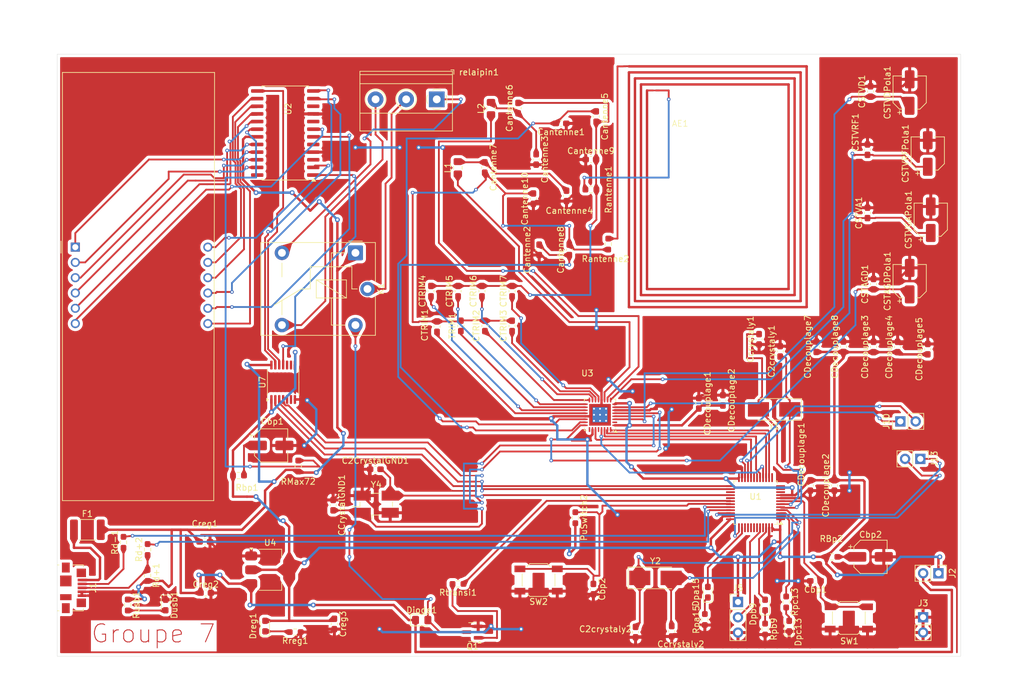
<source format=kicad_pcb>
(kicad_pcb (version 20240108) (generator "pcbnew") (generator_version "8.0")
  (layers (0 "F.Cu" signal) (31 "B.Cu" signal) (34 "B.Paste" user) (35 "F.Paste" user) (36 "B.SilkS" user "B.Silkscreen") (37 "F.SilkS" user "F.Silkscreen") (38 "B.Mask" user) (39 "F.Mask" user) (44 "Edge.Cuts" user))
  (net 0 "")
  (net 1 "Net-(AE1-Pad2)")
  (net 2 "Net-(AE1-Pad1)")
  (net 3 "/PC15")
  (net 4 "GND")
  (net 5 "/PD0")
  (net 6 "Net-(Cantenne3-Pad1)")
  (net 7 "3.3V")
  (net 8 "Net-(Cantenne4-Pad1)")
  (net 9 "/TRIM0123")
  (net 10 "/TRIM00123")
  (net 11 "/TRIM00")
  (net 12 "/PC14")
  (net 13 "/TRIM0")
  (net 14 "/TRIM1")
  (net 15 "/TRIM2")
  (net 16 "/TRIM3")
  (net 17 "/RF1")
  (net 18 "Net-(Cbp1-Pad1)")
  (net 19 "/RF2")
  (net 20 "/TRIM01")
  (net 21 "/TRIM02")
  (net 22 "/TRIM03")
  (net 23 "/XTI")
  (net 24 "/XTO")
  (net 25 "/VSAGD")
  (net 26 "/VSA")
  (net 27 "/VSD")
  (net 28 "/VSRF")
  (net 29 "Net-(Cbp2-Pad1)")
  (net 30 "Net-(Dpa15-K)")
  (net 31 "Net-(Dpa15-A)")
  (net 32 "Net-(Dpb9-K)")
  (net 33 "Net-(Dpb9-A)")
  (net 34 "Net-(Dpc13-A)")
  (net 35 "Net-(Dreg1-K)")
  (net 36 "Net-(J1-VBUS)")
  (net 37 "/D+")
  (net 38 "/D-")
  (net 39 "Net-(relaipin1-Pin_1)")
  (net 40 "Net-(relaipin1-Pin_2)")
  (net 41 "/ I2C2_SDA{slash} USART3_RX")
  (net 42 "/ I2C2_SCL{slash} USART3_TX")
  (net 43 "/JTCK{slash}SWCLK")
  (net 44 "/JTMS{slash}SWDIO")
  (net 45 "/REF02")
  (net 46 "/REF01")
  (net 47 "Net-(Q1-B)")
  (net 48 "/PD1")
  (net 49 "Net-(U2-ISET)")
  (net 50 "Net-(U1-PA11)")
  (net 51 "Net-(U1-PA12)")
  (net 52 "/USART1_TX")
  (net 53 "Net-(U1-PC13)")
  (net 54 "Net-(U1-NRST)")
  (net 55 "Net-(U1-PA10)")
  (net 56 "/SPISS")
  (net 60 "/SPI2_NSS")
  (net 63 "/PB2")
  (net 64 "/SPIMISO")
  (net 65 "/SPIMOSI")
  (net 68 "/SPISCLK")
  (net 69 "/SPI2_SCK")
  (net 70 "/SPI2MOSI")
  (net 71 "/A")
  (net 72 "/D")
  (net 74 "/B")
  (net 75 "/G")
  (net 76 "Net-(U2-LOAD)")
  (net 78 "/E")
  (net 79 "/F")
  (net 82 "/DP")
  (net 84 "/0")
  (net 85 "Net-(U2-DIN)")
  (net 86 "/1")
  (net 87 "/C")
  (net 88 "Net-(U2-CLK)")
  (net 89 "/3")
  (net 90 "/2")
  (net 91 "Net-(Diode1-A)")
  (net 99 "Net-(Dusb1-A)")
  (net 100 "Net-(relaipin1-Pin_3)")
  (net 101 "5V")
  (net 109 "/BOOT0")
  (footprint "Resistor_SMD:R_0603_1608Metric_Pad0.98x0.95mm_HandSolder" (layer "F.Cu") (at 70.5 110.0875 90)
    (property "Reference" "Rd-1")
    (property "Value" "R")
  )
  (footprint "Capacitor_SMD:CP_Elec_5x5.3" (layer "F.Cu") (at 201 66.7 90)
    (property "Reference" "CSTAGDPola1")
    (property "Value" "10nf")
  )
  (footprint "Resistor_SMD:R_0603_1608Metric_Pad0.98x0.95mm_HandSolder" (layer "F.Cu") (at 99.5 97.4125 -90)
    (property "Reference" "RMax72")
    (property "Value" "R")
  )
  (footprint "Capacitor_SMD:C_0603_1608Metric_Pad1.08x0.95mm_HandSolder" (layer "F.Cu") (at 143.1375 40.5 180)
    (property "Reference" "Cantenne1")
    (property "Value" "C")
  )
  (footprint "Capacitor_SMD:C_0603_1608Metric_Pad1.08x0.95mm_HandSolder" (layer "F.Cu") (at 130.4625 47.82 -90)
    (property "Reference" "Cantenne7")
    (property "Value" "C")
  )
  (footprint "Resistor_SMD:R_0603_1608Metric_Pad0.98x0.95mm_HandSolder" (layer "F.Cu") (at 145.5 106 -90)
    (property "Reference" "PuSwitch2")
    (property "Value" "R")
  )
  (footprint "Resistor_SMD:R_0603_1608Metric_Pad0.98x0.95mm_HandSolder" (layer "F.Cu") (at 99 125 180)
    (property "Reference" "Rreg1")
    (property "Value" "R")
  )
  (footprint "TerminalBlock_Phoenix:TerminalBlock_Phoenix_MKDS-1,5-3-5.08_1x03_P5.08mm_Horizontal" (layer "F.Cu") (at 122.5 36.5 180)
    (property "Reference" "relaipin1")
    (property "Value" "Conn_01x03_Pin")
  )
  (footprint "Resistor_SMD:R_0603_1608Metric_Pad0.98x0.95mm_HandSolder" (layer "F.Cu") (at 180.5 120 -90)
    (property "Reference" "Rpc13")
    (property "Value" "R")
  )
  (footprint "Capacitor_SMD:C_0603_1608Metric_Pad1.08x0.95mm_HandSolder" (layer "F.Cu") (at 144.0375 52.5425 -90)
    (property "Reference" "Cantenne4")
    (property "Value" "C")
  )
  (footprint "Capacitor_SMD:C_0603_1608Metric_Pad1.08x0.95mm_HandSolder" (layer "F.Cu") (at 126.5 74.1375 90)
    (property "Reference" "TRIM1")
    (property "Value" "C")
  )
  (footprint "Resistor_SMD:R_0603_1608Metric_Pad0.98x0.95mm_HandSolder" (layer "F.Cu") (at 71.2 120.5 -90)
    (property "Reference" "Rusb1")
    (property "Value" "R")
  )
  (footprint "Resistor_SMD:R_0603_1608Metric_Pad0.98x0.95mm_HandSolder" (layer "F.Cu") (at 150.9625 60.545 90)
    (property "Reference" "Rantenne2")
    (property "Value" "R")
  )
  (footprint "Resistor_SMD:R_0603_1608Metric_Pad0.98x0.95mm_HandSolder" (layer "F.Cu") (at 89.5875 99 180)
    (property "Reference" "Rbp1")
    (property "Value" "R")
  )
  (footprint "LED_SMD:LED_0603_1608Metric_Pad1.05x0.95mm_HandSolder" (layer "F.Cu") (at 167.5 118.375 90)
    (property "Reference" "Dpa15")
    (property "Value" "LED")
  )
  (footprint "Capacitor_SMD:C_0603_1608Metric_Pad1.08x0.95mm_HandSolder" (layer "F.Cu") (at 194 44.8625 90)
    (property "Reference" "CSTVRF1")
    (property "Value" "2.2")
  )
  (footprint "Capacitor_SMD:C_0603_1608Metric_Pad1.08x0.95mm_HandSolder" (layer "F.Cu") (at 84.15 118.5)
    (property "Reference" "Creg2")
    (property "Value" "10 nf")
  )
  (footprint "Capacitor_SMD:C_0603_1608Metric_Pad1.08x0.95mm_HandSolder" (layer "F.Cu") (at 105.5 123.65 -90)
    (property "Reference" "Creg3")
    (property "Value" "5 µf")
  )
  (footprint "Capacitor_SMD:C_0603_1608Metric_Pad1.08x0.95mm_HandSolder" (layer "F.Cu") (at 148.9625 39.3625 -90)
    (property "Reference" "Cantenne5")
    (property "Value" "C")
  )
  (footprint "Capacitor_SMD:C_0603_1608Metric_Pad1.08x0.95mm_HandSolder" (layer "F.Cu") (at 135 68.3625 90)
    (property "Reference" "CTRIM7")
    (property "Value" "C")
  )
  (footprint "Capacitor_SMD:C_0603_1608Metric_Pad1.08x0.95mm_HandSolder" (layer "F.Cu") (at 170 86.5 -90)
    (property "Reference" "CDecouplage2")
    (property "Value" "2.2")
  )
  (footprint "Inductor_SMD:L_0805_2012Metric_Pad1.15x1.40mm_HandSolder" (layer "F.Cu") (at 126 47.87 90)
    (property "Reference" "L1")
    (property "Value" "L_Iron")
  )
  (footprint "Capacitor_SMD:C_0603_1608Metric_Pad1.08x0.95mm_HandSolder" (layer "F.Cu") (at 176 76.3625 90)
    (property "Reference" "Ccrystaly1")
    (property "Value" "30 pf")
  )
  (footprint "Package_DFN_QFN:QFN-32-1EP_5x5mm_P0.5mm_EP3.6x3.6mm_ThermalVias" (layer "F.Cu") (at 149.6 88.9 180)
    (property "Reference" "U3")
    (property "Value" "ST25R3911B-AQF")
  )
  (footprint "Connector_PinHeader_2.54mm:PinHeader_1x02_P2.54mm_Vertical" (layer "F.Cu") (at 203.225 122.5275)
    (property "Reference" "J3")
    (property "Value" "Conn_01x02")
  )
  (footprint "Capacitor_SMD:C_0603_1608Metric_Pad1.08x0.95mm_HandSolder" (layer "F.Cu") (at 139.5 61.5 90)
    (property "Reference" "Cantenne2")
    (property "Value" "C")
  )
  (footprint "Capacitor_SMD:C_0603_1608Metric_Pad1.08x0.95mm_HandSolder" (layer "F.Cu") (at 84 110)
    (property "Reference" "Creg1")
    (property "Value" "5 µf")
  )
  (footprint "Capacitor_SMD:CP_Elec_5x5.3" (layer "F.Cu") (at 95 94)
    (property "Reference" "Cbp1")
    (property "Value" "1 µf")
  )
  (footprint "Button_Switch_SMD:SW_SPST_SKQG_WithStem" (layer "F.Cu") (at 139.4 116.35 180)
    (property "Reference" "SW2")
    (property "Value" "SW_Push")
  )
  (footprint "Connector_PinHeader_2.54mm:PinHeader_1x03_P2.54mm_Vertical" (layer "F.Cu") (at 172.5 120)
    (property "Reference" "J5")
    (property "Value" "Conn_01x03")
  )
  (footprint "Capacitor_SMD:CP_Elec_5x5.3" (layer "F.Cu") (at 204 45.5 90)
    (property "Reference" "CSTVRFPola1")
    (property "Value" "10nf")
  )
  (footprint "Resistor_SMD:R_0603_1608Metric_Pad0.98x0.95mm_HandSolder" (layer "F.Cu") (at 188.0875 112.5 180)
    (property "Reference" "RBp2")
    (property "Value" "R")
  )
  (footprint "Resistor_SMD:R_0603_1608Metric_Pad0.98x0.95mm_HandSolder" (layer "F.Cu") (at 74.5 115.5875 -90)
    (property "Reference" "Rd+1")
    (property "Value" "R")
  )
  (footprint "Capacitor_SMD:C_0603_1608Metric_Pad1.08x0.95mm_HandSolder" (layer "F.Cu") (at 161.5 124.8625 90)
    (property "Reference" "Ccrystaly2")
    (property "Value" "30 pf")
  )
  (footprint "Resistor_SMD:R_0603_1608Metric_Pad0.98x0.95mm_HandSolder" (layer "F.Cu") (at 126.025 117 180)
    (property "Reference" "Rtransi1")
    (property "Value" "R")
  )
  (footprint "LED_SMD:LED_0603_1608Metric_Pad1.05x0.95mm_HandSolder" (layer "F.Cu") (at 177 120.5 90)
    (property "Reference" "Dpb9")
    (property "Value" "LED")
  )
  (footprint "Capacitor_SMD:C_0603_1608Metric_Pad1.08x0.95mm_HandSolder" (layer "F.Cu") (at 139 46.4875 -90)
    (property "Reference" "Cantenne3")
    (property "Value" "C")
  )
  (footprint "Capacitor_SMD:C_0603_1608Metric_Pad1.08x0.95mm_HandSolder" (layer "F.Cu") (at 166 87 -90)
    (property "Reference" "CDecouplage1")
    (property "Value" "2.2")
  )
  (footprint "Capacitor_SMD:C_0603_1608Metric_Pad1.08x0.95mm_HandSolder" (layer "F.Cu") (at 194 55.3625 90)
    (property "Reference" "CSTVA1")
    (property "Value" "2.2")
  )
  (footprint "Connector_USB:USB_Micro-B_Molex_47346-0001" (layer "F.Cu") (at 62.125 117.65 -90)
    (property "Reference" "J1")
    (property "Value" "USB_B")
  )
  (footprint "Capacitor_SMD:C_0603_1608Metric_Pad1.08x0.95mm_HandSolder" (layer "F.Cu") (at 185.3625 116.5 180)
    (property "Reference" "Cbp1")
    (property "Value" "C")
  )
  (footprint "Capacitor_SMD:CP_Elec_5x5.3" (layer "F.Cu") (at 201 35.375 90)
    (property "Reference" "CSTVDPola1")
    (property "Value" "10nf")
  )
  (footprint "Capacitor_SMD:C_0603_1608Metric_Pad1.08x0.95mm_HandSolder" (layer "F.Cu") (at 112.305 97.95)
    (property "Reference" "C2CrystalGND1")
    (property "Value" "2.2")
  )
  (footprint "Package_TO_SOT_SMD:SOT-223-3_TabPin2" (layer "F.Cu") (at 94.85 114.65)
    (property "Reference" "U4")
    (property "Value" "AMS1117-3.3")
  )
  (footprint "Resistor_SMD:R_0603_1608Metric_Pad0.98x0.95mm_HandSolder" (layer "F.Cu") (at 74.5 111.2875 90)
    (property "Reference" "Rd+2")
    (property "Value" "R")
  )
  (footprint "LED_SMD:LED_0603_1608Metric_Pad1.05x0.95mm_HandSolder" (layer "F.Cu") (at 181 124 90)
    (property "Reference" "Dpc13")
    (property "Value" "LED")
  )
  (footprint "Package_SO:TSSOP-14_4.4x5mm_P0.65mm" (layer "F.Cu") (at 97 83.5 90)
    (property "Reference" "U7")
    (property "Value" "TXB0104PW")
  )
  (footprint "Capacitor_SMD:C_0603_1608Metric_Pad1.08x0.95mm_HandSolder" (layer "F.Cu") (at 179.5 78.3625 90)
    (property "Reference" "C2crystaly1")
    (property "Value" "30 pf")
  )
  (footprint "Capacitor_SMD:C_0603_1608Metric_Pad1.08x0.95mm_HandSolder" (layer "F.Cu") (at 130 68.3625 90)
    (property "Reference" "CTRIM6")
    (property "Value" "C")
  )
  (footprint "Crystal:Crystal_SMD_5032-2Pin_5.0x3.2mm_HandSoldering" (layer "F.Cu") (at 158.8 116)
    (property "Reference" "Y2")
    (property "Value" "Crystal")
  )
  (footprint "Capacitor_SMD:C_0603_1608Metric_Pad1.08x0.95mm_HandSolder" (layer "F.Cu") (at 204 78 90)
    (property "Reference" "CDecouplage5")
    (property "Value" "2.2")
  )
  (footprint "Package_QFP:LQFP-48_7x7mm_P0.5mm" (layer "F.Cu") (at 175.4125 103.5 180)
    (property "Reference" "U1")
    (property "Value" "STM32F103C8Tx")
  )
  (footprint "Inductor_SMD:L_0805_2012Metric_Pad1.15x1.40mm_HandSolder" (layer "F.Cu") (at 131.5 38.025 90)
    (property "Reference" "L2")
    (property "Value" "L_Iron")
  )
  (footprint "Capacitor_SMD:C_0603_1608Metric_Pad1.08x0.95mm_HandSolder" (layer "F.Cu") (at 136 37.9575 90)
    (property "Reference" "Cantenne6")
    (property "Value" "C")
  )
  (footprint "Resistor_SMD:R_0603_1608Metric_Pad0.98x0.95mm_HandSolder" (layer "F.Cu") (at 148.0875 51.5 180)
    (property "Reference" "Rantenne1")
    (property "Value" "R")
  )
  (footprint "Capacitor_SMD:C_0603_1608Metric_Pad1.08x0.95mm_HandSolder" (layer "F.Cu") (at 126.0375 68.3625 90)
    (property "Reference" "CTRIM5")
    (property "Value" "C")
  )
  (footprint "Relay_THT:Relay_SPDT_Finder_36.11" (layer "F.Cu") (at 109 62 -90)
    (property "Reference" "K1")
    (property "Value" "FINDER-40.11")
  )
  (footprint "Diode_SMD:D_0805_2012Metric_Pad1.15x1.40mm_HandSolder" (layer "F.Cu") (at 120 123)
    (property "Reference" "Diode1")
    (property "Value" "1N4148WT")
  )
  (footprint "Capacitor_SMD:C_0603_1608Metric_Pad1.08x0.95mm_HandSolder" (layer "F.Cu") (at 195 67.2 90)
    (property "Reference" "CSTAGD1")
    (property "Value" "2.2")
  )
  (footprint "Connector_PinHeader_2.54mm:PinHeader_1x02_P2.54mm_Vertical" (layer "F.Cu") (at 199.46 90 90)
    (property "Reference" "J10")
    (property "Value" "Conn_01x02")
  )
  (footprint "Capacitor_SMD:C_0603_1608Metric_Pad1.08x0.95mm_HandSolder" (layer "F.Cu") (at 194.5 35.2 90)
    (property "Reference" "CSTVD1")
    (property "Value" "2.2")
  )
  (footprint "Package_TO_SOT_SMD:SOT-23" (layer "F.Cu") (at 128.4375 125 180)
    (property "Reference" "Q1")
    (property "Value" "BC817")
  )
  (footprint "Capacitor_SMD:C_0603_1608Metric_Pad1.08x0.95mm_HandSolder" (layer "F.Cu") (at 199 77.6375 90)
    (property "Reference" "CDecouplage4")
    (property "Value" "2.2")
  )
  (footprint "tp_pcb:antenneNFClock" (layer "F.Cu") (at 163.4 41.025)
    (property "Reference" "AE1")
    (property "Value" "Antenna_Loop")
  )
  (footprint "Capacitor_SMD:C_0603_1608Metric_Pad1.08x0.95mm_HandSolder" (layer "F.Cu") (at 144.5 61.5 90)
    (property "Reference" "Cantenne8")
    (property "Value" "C")
  )
  (footprint "Resistor_SMD:R_0603_1608Metric_Pad0.98x0.95mm_HandSolder" (layer "F.Cu") (at 177 124.5 -90)
    (property "Reference" "Rpb9")
    (property "Value" "R")
  )
  (footprint "Capacitor_SMD:C_0603_1608Metric_Pad1.08x0.95mm_HandSolder" (layer "F.Cu") (at 184.5 100.6375 90)
    (property "Reference" "CDecouplage1")
    (property "Value" "2.2")
  )
  (footprint "LED_SMD:LED_0603_1608Metric_Pad1.05x0.95mm_HandSolder" (layer "F.Cu") (at 77.5 120.5 -90)
    (property "Reference" "Dusb1")
    (property "Value" "LED")
  )
  (footprint "LED_SMD:LED_0603_1608Metric_Pad1.05x0.95mm_HandSolder" (layer "F.Cu") (at 94 124 90)
    (property "Reference" "Dreg1")
    (property "Value" "LED")
  )
  (footprint "Connector_PinHeader_2.54mm:PinHeader_1x02_P2.54mm_Vertical" (layer "F.Cu") (at 205.775 115.225 -90)
    (property "Reference" "J2")
    (property "Value" "Conn_01x02")
  )
  (footprint "Crystal:Crystal_SMD_EuroQuartz_MJ-4Pin_5.0x3.2mm_HandSoldering" (layer "F.Cu") (at 112.45 103.75)
    (property "Reference" "Y4")
    (property "Value" "Crystal_GND24")
  )
  (footprint "Library_AP_4201A:7 segments" (layer "F.Cu") (at 60.22 93)
    (property "Reference" "U6" (hide yes))
    (property "Value" "CC56-12CGKWA")
  )
  (footprint "Resistor_SMD:R_0603_1608Metric_Pad0.98x0.95mm_HandSolder" (layer "F.Cu") (at 167 122.9125 90)
    (property "Reference" "Rpa15")
    (property "Value" "R")
  )
  (footprint "Capacitor_SMD:C_0603_1608Metric_Pad1.08x0.95mm_HandSolder" (layer "F.Cu") (at 188.5 100.6375 90)
    (property "Reference" "CDecouplage2")
    (property "Value" "2.2")
  )
  (footprint "Connector_PinHeader_2.54mm:PinHeader_1x02_P2.54mm_Vertical" (layer "F.Cu") (at 202.775 96.225 -90)
    (property "Reference" "J13")
    (property "Value" "Conn_01x02")
  )
  (footprint "Capacitor_SMD:C_0603_1608Metric_Pad1.08x0.95mm_HandSolder" (layer "F.Cu") (at 148.5 117.8625 -90)
    (property "Reference" "Cbp2")
    (property "Value" "C")
  )
  (footprint "Capacitor_SMD:C_0603_1608Metric_Pad1.08x0.95mm_HandSolder" (layer "F.Cu") (at 130.49 74.1375 90)
    (property "Reference" "CTRIM2")
    (property "Value" "C")
  )
  (footprint "Capacitor_SMD:C_0603_1608Metric_Pad1.08x0.95mm_HandSolder" (layer "F.Cu") (at 185.5 77.6 90)
    (property "Reference" "CDecouplage7")
    (property "Value" "2.2")
  )
  (footprint "Capacitor_SMD:C_0603_1608Metric_Pad1.08x0.95mm_HandSolder" (layer "F.Cu") (at 195 77.6375 90)
    (property "Reference" "CDecouplage3")
    (property "Value" "2.2")
  )
  (footprint "Button_Switch_SMD:SW_SPST_SKQG_WithStem" (layer "F.Cu") (at 190.9 122.65 180)
    (property "Reference" "SW1")
    (property "Value" "SW_Push")
  )
  (footprint "Fuse:Fuse_1812_4532Metric_Pad1.30x3.40mm_HandSolder" (layer "F.Cu") (at 64.5 108)
    (property "Reference" "F1")
    (property "Value" "Fuse")
  )
  (footprint "Capacitor_SMD:C_0603_1608Metric_Pad1.08x0.95mm_HandSolder" (layer "F.Cu") (at 105.305 103.9125 -90)
    (property "Reference" "CCrystalGND1")
    (property "Value" "2.2")
  )
  (footprint "Capacitor_SMD:C_0603_1608Metric_Pad1.08x0.95mm_HandSolder" (layer "F.Cu") (at 148.0875 46.5)
    (property "Reference" "Cantenne9")
    (property "Value" "C")
  )
  (footprint "Capacitor_SMD:C_0603_1608Metric_Pad1.08x0.95mm_HandSolder" (layer "F.Cu") (at 138.5375 53 90)
    (property "Reference" "Cantenne10")
    (property "Value" "C")
  )
  (footprint "Capacitor_SMD:C_0603_1608Metric_Pad1.08x0.95mm_HandSolder" (layer "F.Cu") (at 135 74.1375 90)
    (property "Reference" "CTRIM3")
    (property "Value" "C")
  )
  (footprint "Capacitor_SMD:CP_Elec_5x5.3" (layer "F.Cu") (at 194.5 112.5)
    (property "Reference" "Cbp2")
    (property "Value" "C")
  )
  (footprint "Capacitor_SMD:CP_Elec_5x5.3" (layer "F.Cu") (at 204.5 56.5 90)
    (property "Reference" "CSTVGAPola1")
    (property "Value" "10nf")
  )
  (footprint "Capacitor_SMD:C_0603_1608Metric_Pad1.08x0.95mm_HandSolder" (layer "F.Cu") (at 155.5 125 -90)
    (property "Reference" "C2crystaly2")
    (property "Value" "30 pf" (hide yes))
  )
  (footprint "Capacitor_SMD:C_0603_1608Metric_Pad1.08x0.95mm_HandSolder" (layer "F.Cu") (at 190 77.6 90)
    (property "Reference" "CDecouplage8")
    (property "Value" "2.2")
  )
  (footprint "Package_SO:SOIC-24W_7.5x15.4mm_P1.27mm" (layer "F.Cu") (at 97.35 42.095 180)
    (property "Reference" "U2")
    (property "Value" "MAX7219")
  )
  (footprint "Crystal:Crystal_SMD_5032-2Pin_5.0x3.2mm_HandSoldering" (layer "F.Cu") (at 178.5 88 180)
    (property "Reference" "Y1")
    (property "Value" "Crystal")
  )
  (footprint "Capacitor_SMD:C_0603_1608Metric_Pad1.08x0.95mm_HandSolder" (layer "F.Cu") (at 122.5375 74.255 90)
    (property "Reference" "CTRIM1")
    (property "Value" "C")
  )
  (footprint "Capacitor_SMD:C_0603_1608Metric_Pad1.08x0.95mm_HandSolder" (layer "F.Cu") (at 121.5375 68.3625 90)
    (property "Reference" "CTRIM4")
    (property "Value" "C")
  )
  (gr_line (start 158.36425 35.025) (end 157.4 35.025) (stroke (width 0.3)) (layer "F.Cu") (net 2))
  (gr_line (start 172.6625 108.4) (end 172 109) (stroke (width 0.2)) (layer "F.Cu") (net 43))
  (gr_line (start 130 99) (end 126.5 99) (stroke (width 0.2)) (layer "F.Cu") (net 70))
  (gr_line (start 72 109) (end 70.500002 109.175015) (stroke (width 0.3)) (layer "F.Cu") (net 50))
  (gr_line (start 76 110.5) (end 74.5 110.375) (stroke (width 0.3)) (layer "F.Cu") (net 51))
  (gr_line (start 129 100) (end 130 100) (stroke (width 0.2)) (layer "F.Cu") (net 69))
  (gr_line (start 154.46425 31) (end 153.5 31) (stroke (width 0.3)) (layer "F.Cu") (net 1))
  (gr_rect (start 59.48 29) (end 209.48 129) (stroke (width 0.05)) (fill none) (layer "Edge.Cuts"))
  (gr_text "Groupe 7" (at 65 127 0) (layer "F.Cu") (effects (font (size 3 3)) (justify left bottom)))
  (segment (start 152.5 31.025) (end 152.5 59.6325) (width 0.3) (layer "F.Cu") (net 1))
  (segment (start 153.4 31.025) (end 152.5 31.025) (width 0.3) (layer "F.Cu") (net 1))
  (segment (start 152.5 59.6325) (end 150.9625 59.6325) (width 0.3) (layer "F.Cu") (net 1))
  (segment (start 158.9 35.025) (end 161 35.025) (width 0.3) (layer "F.Cu") (net 2))
  (segment (start 161 35.025) (end 161 36.5) (width 0.3) (layer "F.Cu") (net 2))
  (segment (start 147 49.5) (end 147 51.325) (width 0.3) (layer "F.Cu") (net 2))
  (segment (start 147 51.325) (end 147.175 51.5) (width 0.3) (layer "F.Cu") (net 2))
  (via (at 147 49.5) (size 0.6) (drill 0.3) (layers "F.Cu" "B.Cu") (net 2))
  (via (at 161 36.5) (size 0.6) (drill 0.3) (layers "F.Cu" "B.Cu") (net 2))
  (segment (start 161 36.5) (end 161 49.5) (width 0.3) (layer "B.Cu") (net 2))
  (segment (start 161 49.5) (end 147 49.5) (width 0.3) (layer "B.Cu") (net 2))
  (segment (start 156.2 116) (end 156.2 123.4375) (width 0.3) (layer "F.Cu") (net 3))
  (segment (start 156 115.8) (end 156.2 116) (width 0.3) (layer "F.Cu") (net 3))
  (segment (start 156.2 123.4375) (end 155.5 124.1375) (width 0.3) (layer "F.Cu") (net 3))
  (segment (start 182.703002 106.796999) (end 180.656003 104.75) (width 0.3) (layer "F.Cu") (net 3))
  (segment (start 156 112.5) (end 156 115.8) (width 0.3) (layer "F.Cu") (net 3))
  (segment (start 180.656003 104.75) (end 179.575 104.75) (width 0.3) (layer "F.Cu") (net 3))
  (via (at 182.703002 106.796999) (size 0.6) (drill 0.3) (layers "F.Cu" "B.Cu") (net 3))
  (via (at 156 112.5) (size 0.6) (drill 0.3) (layers "F.Cu" "B.Cu") (net 3))
  (segment (start 157 113.5) (end 156 112.5) (width 0.3) (layer "B.Cu") (net 3))
  (segment (start 176.5 113.5) (end 157 113.5) (width 0.3) (layer "B.Cu") (net 3))
  (segment (start 181.5 108.5) (end 176.5 113.5) (width 0.3) (layer "B.Cu") (net 3))
  (segment (start 182.703002 106.796999) (end 181.5 106.796999) (width 0.3) (layer "B.Cu") (net 3))
  (segment (start 181.5 106.796999) (end 181.5 108.5) (width 0.3) (layer "B.Cu") (net 3))
  (segment (start 101.822182 99.9) (end 103.1 99.9) (width 0.4) (layer "F.Cu") (net 4))
  (segment (start 167 127.5) (end 170 127.5) (width 0.4) (layer "F.Cu") (net 4))
  (segment (start 199.5 112.5) (end 199.5 106) (width 0.4) (layer "F.Cu") (net 4))
  (segment (start 129.375 124.05) (end 131.45 124.05) (width 0.4) (layer "F.Cu") (net 4))
  (segment (start 99.9125 125) (end 105.0125 125) (width 0.4) (layer "F.Cu") (net 4))
  (segment (start 145.15 47.35) (end 146 46.5) (width 0.4) (layer "F.Cu") (net 4))
  (segment (start 199.5 106) (end 207.5 106) (width 0.4) (layer "F.Cu") (net 4))
  (segment (start 187.8375 66.3375) (end 187.5 66) (width 0.4) (layer "F.Cu") (net 4))
  (segment (start 149.85 86.45) (end 149.85 83) (width 0.4) (layer "F.Cu") (net 4))
  (segment (start 188 44) (end 187.9875 44.0125) (width 0.4) (layer "F.Cu") (net 4))
  (segment (start 187.5 34.5) (end 187.5 44.5) (width 0.4) (layer "F.Cu") (net 4))
  (segment (start 146.8625 125.8625) (end 145.5 124.5) (width 0.4) (layer "F.Cu") (net 4))
  (segment (start 161.875 125.35) (end 166.85 125.35) (width 0.4) (layer "F.Cu") (net 4))
  (segment (start 206.5 92.5) (end 206.5 77) (width 0.4) (layer "F.Cu") (net 4))
  (segment (start 116.35 44.5) (end 119.5 44.5) (width 0.4) (layer "F.Cu") (net 4))
  (segment (start 171.5 127.5) (end 170 127.5) (width 0.4) (layer "F.Cu") (net 4))
  (segment (start 191 55) (end 187.5 55) (width 0.4) (layer "F.Cu") (net 4))
  (segment (start 167 125.5) (end 167 127.5) (width 0.4) (layer "F.Cu") (net 4))
  (segment (start 188.1 127.4) (end 188 127.5) (width 0.4) (layer "F.Cu") (net 4))
  (segment (start 141.5 89.5) (end 141.85 89.15) (width 0.4) (layer "F.Cu") (net 4))
  (segment (start 159 87.95) (end 158.05 87.95) (width 0.4) (layer "F.Cu") (net 4))
  (segment (start 105.305 102.105) (end 105.305 103.05) (width 0.4) (layer "F.Cu") (net 4))
  (segment (start 190.5 76.7375) (end 194.9625 76.7375) (width 0.4) (layer "F.Cu") (net 4))
  (segment (start 201 33.175) (end 199.8375 34.3375) (width 0.4) (layer "F.Cu") (net 4))
  (segment (start 195.2875 54.5) (end 194 54.5) (width 0.4) (layer "F.Cu") (net 4))
  (segment (start 85 120.5) (end 84 120.5) (width 0.4) (layer "F.Cu") (net 4))
  (segment (start 185.5 76.7375) (end 185.2625 76.7375) (width 0.4) (layer "F.Cu") (net 4))
  (segment (start 98.45 126.5) (end 91 126.5) (width 0.4) (layer "F.Cu") (net 4))
  (segment (start 152.5 114.3625) (end 149.5 117.3625) (width 0.4) (layer "F.Cu") (net 4))
  (segment (start 139.8625 62.3625) (end 139.5 62.3625) (width 0.4) (layer "F.Cu") (net 4))
  (segment (start 102.08 39) (end 102 38.92) (width 0.4) (layer "F.Cu") (net 4))
  (segment (start 105.5 39) (end 102.08 39) (width 0.4) (layer "F.Cu") (net 4))
  (segment (start 148.35 92.15) (end 148.35 91.35) (width 0.4) (layer "F.Cu") (net 4))
  (segment (start 161.5 125.725) (end 155.6375 125.725) (width 0.4) (layer "F.Cu") (net 4))
  (segment (start 194.9625 76.7375) (end 195 76.775) (width 0.4) (layer "F.Cu") (net 4))
  (segment (start 159 85) (end 159 87.95) (width 0.4) (layer "F.Cu") (net 4))
  (segment (start 182.75 102.75) (end 179.575 102.75) (width 0.4) (layer "F.Cu") (net 4))
  (segment (start 187.5 44.5) (end 187.5 55) (width 0.4) (layer "F.Cu") (net 4))
  (segment (start 91 126.5) (end 89 124.5) (width 0.4) (layer "F.Cu") (net 4))
  (segment (start 101 94) (end 104.5 97.5) (width 0.4) (layer "F.Cu") (net 4))
  (segment (start 139 47.35) (end 135.889034 47.35) (width 0.4) (layer "F.Cu") (net 4))
  (segment (start 131.45 124.05) (end 131.5 124) (width 0.4) (layer "F.Cu") (net 4))
  (segment (start 85.0125 118.5) (end 85.0125 120.4875) (width 0.4) (layer "F.Cu") (net 4))
  (segment (start 142.6 124.4) (end 142.5 124.5) (width 0.4) (layer "F.Cu") (net 4))
  (segment (start 173.1625 97.6625) (end 173 97.5) (width 0.4) (layer "F.Cu") (net 4))
  (segment (start 194 54.5) (end 191.5 54.5) (width 0.4) (layer "F.Cu") (net 4))
  (segment (start 172.5 125.08) (end 172.5 127.5) (width 0.4) (layer "F.Cu") (net 4))
  (segment (start 135.889034 47.35) (end 133.039034 44.5) (width 0.4) (layer "F.Cu") (net 4))
  (segment (start 199.3625 77.1375) (end 199 76.775) (width 0.4) (layer "F.Cu") (net 4))
  (segment (start 148.6 87.9) (end 149.6 87.9) (width 0.4) (layer "F.Cu") (net 4))
  (segment (start 177.6625 115.1625) (end 177.6625 110.5) (width 0.4) (layer "F.Cu") (net 4))
  (segment (start 207.5 92.5) (end 206.5 92.5) (width 0.4) (layer "F.Cu") (net 4))
  (segment (start 201 64.5) (end 199.1625 66.3375) (width 0.4) (layer "F.Cu") (net 4))
  (segment (start 137.5 124.5) (end 136.5 124.5) (width 0.4) (layer "F.Cu") (net 4))
  (segment (start 172.5 127.5) (end 171.5 127.5) (width 0.4) (layer "F.Cu") (net 4))
  (segment (start 84.8625 110) (end 84.8625 118.35) (width 0.4) (layer "F.Cu") (net 4))
  (segment (start 91.7 112.35) (end 87.2125 112.35) (width 0.4) (layer "F.Cu") (net 4))
  (segment (start 182.5 116.5) (end 184.5 116.5) (width 0.4) (layer "F.Cu") (net 4))
  (segment (start 146.8625 125.8625) (end 155.5 125.8625) (width 0.4) (layer "F.Cu") (net 4))
  (segment (start 185.5 76.7375) (end 187.5 76.7375) (width 0.4) (layer "F.Cu") (net 4))
  (segment (start 147.225 46.5) (end 146 46.5) (width 0.4) (layer "F.Cu") (net 4))
  (segment (start 149.85 88.65) (end 149.85 86.45) (width 0.4) (layer "F.Cu") (net 4))
  (segment (start 179.5 77.5) (end 180.3625 77.5) (width 0.4) (layer "F.Cu") (net 4))
  (segment (start 184.3625 77.6375) (end 180.5 77.6375) (width 0.4) (layer "F.Cu") (net 4))
  (segment (start 149.5 117.3625) (end 149.5 117.725) (width 0.4) (layer "F.Cu") (net 4))
  (segment (start 91.7 112.35) (end 91.7 110.022182) (width 0.4) (layer "F.Cu") (net 4))
  (segment (start 144 47.35) (end 145.15 47.35) (width 0.4) (layer "F.Cu") (net 4))
  (segment (start 163.3625 86.1375) (end 161.5 88) (width 0.4) (layer "F.Cu") (net 4))
  (segment (start 201.9 43.4) (end 201.1875 44.1125) (width 0.4) (layer "F.Cu") (net 4))
  (segment (start 142.5 124.5) (end 137.5 124.5) (width 0.4) (layer "F.Cu") (net 4))
  (segment (start 65.135 118.275) (end 65.11 118.3) (width 0.4) (layer "F.Cu") (net 4))
  (segment (start 103.1 99.9) (end 105.305 102.105) (width 0.4) (layer "F.Cu") (net 4))
  (segment (start 201.1875 44.1125) (end 195 44.1125) (width 0.4) (layer "F.Cu") (net 4))
  (segment (start 161.5 125.725) (end 161.875 125.35) (width 0.4) (layer "F.Cu") (net 4))
  (segment (start 179 116.5) (end 177.6625 115.1625) (width 0.4) (layer "F.Cu") (net 4))
  (segment (start 181 124.875) (end 181 127.5) (width 0.4) (layer "F.Cu") (net 4))
  (segment (start 203.225 125.0675) (end 199.0675 125.0675) (width 0.4) (layer "F.Cu") (net 4))
  (segment (start 173.1625 99.3375) (end 173.1625 97.6625) (width 0.4) (layer "F.Cu") (net 4))
  (segment (start 150.6 87.9) (end 149.6 87.9) (width 0.4) (layer "F.Cu") (net 4))
  (segment (start 181 127.5) (end 179 127.5) (width 0.4) (layer "F.Cu") (net 4))
  (segment (start 184.5 116.5) (end 184.5 127.5) (width 0.4) (layer "F.Cu") (net 4))
  (segment (start 144.0375 53.405) (end 138.995 53.405) (width 0.4) (layer "F.Cu") (net 4))
  (segment (start 194 44) (end 188 44) (width 0.4) (layer "F.Cu") (net 4))
  (segment (start 76.15 118.275) (end 66 118.275) (width 0.4) (layer "F.Cu") (net 4))
  (segment (start 138.5375 61.4) (end 138.5375 53.8625) (width 0.4) (layer "F.Cu") (net 4))
  (segment (start 195.4875 54.3) (end 195.2875 54.5) (width 0.4) (layer "F.Cu") (net 4))
  (segment (start 112.9875 124.5125) (end 105.5 124.5125) (width 0.4) (layer "F.Cu") (net 4))
  (segment (start 161 87.5) (end 159 87.5) (width 0.4) (layer "F.Cu") (net 4))
  (segment (start 106.03 102.325) (end 105.305 103.05) (width 0.4) (layer "F.Cu") (net 4))
  (segment (start 138.995 53.405) (end 138.5375 53.8625) (width 0.4) (layer "F.Cu") (net 4))
  (segment (start 170.027818 105.75) (end 169.277818 106.5) (width 0.4) (layer "F.Cu") (net 4))
  (segment (start 91.7 110.022182) (end 101.822182 99.9) (width 0.4) (layer "F.Cu") (net 4))
  (segment (start 187.5 76.7375) (end 190.5 76.7375) (width 0.4) (layer "F.Cu") (net 4))
  (segment (start 104.5 98.5) (end 103.1 99.9) (width 0.4) (layer "F.Cu") (net 4))
  (segment (start 136.3 118.2) (end 136.3 119.5) (width 0.4) (layer "F.Cu") (net 4))
  (segment (start 85.0125 120.4875) (end 85 120.5) (width 0.4) (layer "F.Cu") (net 4))
  (segment (start 199.5 122.5) (end 199.5 123) (width 0.4) (layer "F.Cu") (net 4))
  (segment (start 187.9875 44.0125) (end 187.5 44.5) (width 0.4) (layer "F.Cu") (net 4))
  (segment (start 180.3625 77.5) (end 180.5 77.6375) (width 0.4) (layer "F.Cu") (net 4))
  (segment (start 145.5 124.5) (end 142.5 124.5) (width 0.4) (layer "F.Cu") (net 4))
  (segment (start 149.35 89.15) (end 147.15 89.15) (width 0.4) (layer "F.Cu") (net 4))
  (segment (start 147.3125 119.55) (end 142.6 119.55) (width 0.4) (layer "F.Cu") (net 4))
  (segment (start 191 101.5) (end 188.5 101.5) (width 0.4) (layer "F.Cu") (net 4))
  (segment (start 109 44.5) (end 109 42.5) (width 0.4) (layer "F.Cu") (net 4))
  (segment (start 185.2625 76.7375) (end 184.3625 77.6375) (width 0.4) (layer "F.Cu") (net 4))
  (segment (start 179 127.5) (end 177 127.5) (width 0.4) (layer "F.Cu") (net 4))
  (segment (start 199 125) (end 199 127.5) (width 0.4) (layer "F.Cu") (net 4))
  (segment (start 152.5 105.5) (end 152.5 114.3625) (width 0.4) (layer "F.Cu") (net 4))
  (segment (start 114.775 105.175) (end 112.975 105.175) (width 0.4) (layer "F.Cu") (net 4))
  (segment (start 197 92.5) (end 206.5 92.5) (width 0.4) (layer "F.Cu") (net 4))
  (segment (start 136.4 123.4) (end 137.5 124.5) (width 0.4) (layer "F.Cu") (net 4))
  (segment (start 179.225 77.225) (end 179.5 77.5) (width 0.4) (layer "F.Cu") (net 4))
  (segment (start 199 127.5) (end 195 127.5) (width 0.4) (layer "F.Cu") (net 4))
  (segment (start 177 127.5) (end 176 127.5) (width 0.4) (layer "F.Cu") (net 4))
  (segment (start 199.0675 125.0675) (end 199 125) (width 0.4) (layer "F.Cu") (net 4))
  (segment (start 139 47.35) (end 144 47.35) (width 0.4) (layer "F.Cu") (net 4))
  (segment (start 194 124.5) (end 194 127.5) (width 0.4) (layer "F.Cu") (net 4))
  (segment (start 176 127.5) (end 174 127.5) (width 0.4) (layer "F.Cu") (net 4))
  (segment (start 142.5 118.2) (end 142.5 119.45) (width 0.4) (layer "F.Cu") (net 4))
  (segment (start 66 118.275) (end 65.135 118.275) (width 0.4) (layer "F.Cu") (net 4))
  (segment (start 206.5 77) (end 206.3625 77.1375) (width 0.4) (layer "F.Cu") (net 4))
  (segment (start 112.975 105.175) (end 110.125 102.325) (width 0.4) (layer "F.Cu") (net 4))
  (segment (start 149 71.5) (end 139.8625 62.3625) (width 0.4) (layer "F.Cu") (net 4))
  (segment (start 105.0125 125) (end 105.5 124.5125) (width 0.4) (layer "F.Cu") (net 4))
  (segment (start 139.5 62.3625) (end 138.5375 61.4) (width 0.4) (layer "F.Cu") (net 4))
  (segment (start 167 123.825) (end 167 125.5) (width 0.4) (layer "F.Cu") (net 4))
  (segment (start 142.6 119.55) (end 142.6 124.4) (width 0.4) (layer "F.Cu") (net 4))
  (segment (start 184 101.5) (end 182.75 102.75) (width 0.4) (layer "F.Cu") (net 4))
  (segment (start 145.15 47.35) (end 145.15 52.2925) (width 0.4) (layer "F.Cu") (net 4))
  (segment (start 194.8875 44) (end 194 44) (width 0.4) (layer "F.Cu") (net 4))
  (segment (start 199.5275 122.5275) (end 199.5 122.5) (width 0.4) (layer "F.Cu") (net 4))
  (segment (start 196.7 112.5) (end 199.5 112.5) (width 0.4) (layer "F.Cu") (net 4))
  (segment (start 181.5 127.5) (end 181 127.5) (width 0.4) (layer "F.Cu") (net 4))
  (segment (start 104.5 97.5) (end 104.5 98.5) (width 0.4) (layer "F.Cu") (net 4))
  (segment (start 173 97.5) (end 172.062499 97.5) (width 0.4) (layer "F.Cu") (net 4))
  (segment (start 195 127.5) (end 194 127.5) (width 0.4) (layer "F.Cu") (net 4))
  (segment (start 206.3625 77.1375) (end 204 77.1375) (width 0.4) (layer "F.Cu") (net 4))
  (segment (start 148.1375 118.725) (end 147.3125 119.55) (width 0.4) (layer "F.Cu") (net 4))
  (segment (start 171.25 105.75) (end 170.027818 105.75) (width 0.4) (layer "F.Cu") (net 4))
  (segment (start 172.062499 97.5) (end 169.062499 94.5) (width 0.4) (layer "F.Cu") (net 4))
  (segment (start 148.35 92.15) (end 147.5 93) (width 0.4) (layer "F.Cu") (net 4))
  (segment (start 155 85) (end 159 85) (width 0.4) (layer "F.Cu") (net 4))
  (segment (start 141.85 89.15) (end 147.15 89.15) (width 0.4) (layer "F.Cu") (net 4))
  (segment (start 204 77.1375) (end 199.3625 77.1375) (width 0.4) (layer "F.Cu") (net 4))
  (segment (start 195 44.1125) (end 194.8875 44) (width 0.4) (layer "F.Cu") (net 4))
  (segment (start 65.325 118.95) (end 63.585 118.95) (width 0.4) (layer "F.Cu") (net 4))
  (segment (start 191 98.5) (end 197 92.5) (width 0.4) (layer "F.Cu") (net 4))
  (segment (start 188 127.5) (end 184.5 127.5) (width 0.4) (layer "F.Cu") (net 4))
  (segment (start 184.5 127.5) (end 181.5 127.5) (width 0.4) (layer "F.Cu") (net 4))
  (segment (start 149.5 117.725) (end 148.5 118.725) (width 0.4) (layer "F.Cu") (net 4))
  (segment (start 187.5 66) (end 187.5 76.7375) (width 0.4) (layer "F.Cu") (net 4))
  (segment (start 153.5 106.5) (end 152.5 105.5) (width 0.4) (layer "F.Cu") (net 4))
  (segment (start 149.6 88.9) (end 149.35 89.15) (width 0.4) (layer "F.Cu") (net 4))
  (segment (start 176 77.225) (end 179.225 77.225) (width 0.4) (layer "F.Cu") (net 4))
  (segment (start 84 120.5) (end 83.125 119.625) (width 0.4) (layer "F.Cu") (net 4))
  (segment (start 204.5 54.3) (end 195.4875 54.3) (width 0.4) (layer "F.Cu") (net 4))
  (segment (start 66 118.275) (end 65.325 118.95) (width 0.4) (layer "F.Cu") (net 4))
  (segment (start 100.8625 86.3625) (end 101 86.5) (width 0.4) (layer "F.Cu") (net 4))
  (segment (start 157.85 88.15) (end 152.05 88.15) (width 0.4) (layer "F.Cu") (net 4))
  (segment (start 113 124.5) (end 112.9875 124.5125) (width 0.4) (layer "F.Cu") (net 4))
  (segment (start 98.95 86.3625) (end 100.8625 86.3625) (width 0.4) (layer "F.Cu") (net 4))
  (segment (start 155.6375 125.725) (end 155.5 125.8625) (width 0.4) (layer "F.Cu") (net 4))
  (segment (start 199.1625 66.3375) (end 195 66.3375) (width 0.4) (layer "F.Cu") (net 4))
  (segment (start 169.062499 94.5) (end 160.5 94.5) (width 0.4) (layer "F.Cu") (net 4))
  (segment (start 187.5 55) (end 187.5 66) (width 0.4) (layer "F.Cu") (net 4))
  (segment (start 65.11 118.3) (end 63.585 118.3) (width 0.4) (layer "F.Cu") (net 4))
  (segment (start 166 86.1375) (end 163.3625 86.1375) (width 0.4) (layer "F.Cu") (net 4))
  (segment (start 97.2 94) (end 101 94) (width 0.4) (layer "F.Cu") (net 4))
  (segment (start 188.5 101.5) (end 184.5 101.5) (width 0.4) (layer "F.Cu") (net 4))
  (segment (start 191.3125 54.6875) (end 191 55) (width 0.4) (layer "F.Cu") (net 4))
  (segment (start 166.85 125.35) (end 167 125.5) (width 0.4) (layer "F.Cu") (net 4))
  (segment (start 148.5 118.725) (end 148.1375 118.725) (width 0.4) (layer "F.Cu") (net 4))
  (segment (start 158.05 87.95) (end 157.85 88.15) (width 0.4) (layer "F.Cu") (net 4))
  (segment (start 170 85.6375) (end 166.5 85.6375) (width 0.4) (layer "F.Cu") (net 4))
  (segment (start 187.6625 34.3375) (end 187.5 34.5) (width 0.4) (layer "F.Cu") (net 4))
  (segment (start 195 76.775) (end 199 76.775) (width 0.4) (layer "F.Cu") (net 4))
  (segment (start 191.5 54.5) (end 191 55) (width 0.4) (layer "F.Cu") (net 4))
  (segment (start 83.125 119.625) (end 77.5 119.625) (width 0.4) (layer "F.Cu") (net 4))
  (segment (start 145.15 52.2925) (end 144.0375 53.405) (width 0.4) (layer "F.Cu") (net 4))
  (segment (start 204 43.3) (end 202 43.3) (width 0.4) (layer "F.Cu") (net 4))
  (segment (start 202 43.3) (end 201.9 43.4) (width 0.4) (layer "F.Cu") (net 4))
  (segment (start 195 66.3375) (end 187.8375 66.3375) (width 0.4) (layer "F.Cu") (net 4))
  (segment (start 149.85 75.35) (end 149.85 83) (width 0.4) (layer "F.Cu") (net 4))
  (segment (start 174 127.5) (end 172.5 127.5) (width 0.4) (layer "F.Cu") (net 4))
  (segment (start 111.2675 101.1825) (end 110.125 102.325) (width 0.4) (layer "F.Cu") (net 4))
  (segment (start 133.039034 44.5) (end 123.5 44.5) (width 0.4) (layer "F.Cu") (net 4))
  (segment (start 151 83) (end 149.85 83) (width 0.4) (layer "F.Cu") (net 4))
  (segment (start 99.9125 125) (end 98.4125 126.5) (width 0.4) (layer "F.Cu") (net 4))
  (segment (start 190 76.7375) (end 190.5 76.7375) (width 0.4) (layer "F.Cu") (net 4))
  (segment (start 77.5 119.625) (end 76.15 118.275) (width 0.4) (layer "F.Cu") (net 4))
  (segment (start 194.5 34.3375) (end 187.6625 34.3375) (width 0.4) (layer "F.Cu") (net 4))
  (segment (start 144 40.5) (end 144 47.35) (width 0.4) (layer "F.Cu") (net 4))
  (segment (start 199.5 112.5) (end 199.5 122.5) (width 0.4) (layer "F.Cu") (net 4))
  (segment (start 177.6625 110.5) (end 177.6625 107.6625) (width 0.4) (layer "F.Cu") (net 4))
  (segment (start 187.8 124.5) (end 187.8 127.1) (width 0.4) (layer "F.Cu") (net 4))
  (segment (start 136.3 119.5) (end 136.4 119.6) (width 0.4) (layer "F.Cu") (net 4))
  (segment (start 84.8625 118.35) (end 85.0125 118.5) (width 0.4) (layer "F.Cu") (net 4))
  (segment (start 149 74.5) (end 149.85 75.35) (width 0.4) (layer "F.Cu") (net 4))
  (segment (start 169.277818 106.5) (end 153.5 106.5) (width 0.4) (layer "F.Cu") (net 4))
  (segment (start 111.2675 97.95) (end 111.2675 101.1825) (width 0.4) (layer "F.Cu") (net 4))
  (segment (start 199.8375 34.3375) (end 194.5 34.3375) (width 0.4) (layer "F.Cu") (net 4))
  (segment (start 89 124.5) (end 89 120.5) (width 0.4) (layer "F.Cu") (net 4))
  (segment (start 161.5 88) (end 161 87.5) (width 0.4) (layer "F.Cu") (net 4))
  (segment (start 87.2125 112.35) (end 84.8625 110) (width 0.4) (layer "F.Cu") (net 4))
  (segment (start 187.8 127.1) (end 188.1 127.4) (width 0.4) (layer "F.Cu") (net 4))
  (segment (start 199 123) (end 199.5 123) (width 0.4) (layer "F.Cu") (net 4))
  (segment (start 199 123) (end 199 125) (width 0.4) (layer "F.Cu") (net 4))
  (segment (start 108.23 45.27) (end 102 45.27) (width 0.4) (layer "F.Cu") (net 4))
  (segment (start 136.4 119.6) (end 136.4 123.4) (width 0.4) (layer "F.Cu") (net 4))
  (segment (start 109 44.5) (end 108.23 45.27) (width 0.4) (layer "F.Cu") (net 4))
  (segment (start 85 120.5) (end 89 120.5) (width 0.4) (layer "F.Cu") (net 4))
  (segment (start 109 42.5) (end 105.5 39) (width 0.4) (layer "F.Cu") (net 4))
  (segment (start 203.225 122.5275) (end 199.5275 122.5275) (width 0.4) (layer "F.Cu") (net 4))
  (segment (start 110.125 102.325) (end 106.03 102.325) (width 0.4) (layer "F.Cu") (net 4))
  (segment (start 177 125.4125) (end 177 127.5) (width 0.4) (layer "F.Cu") (net 4))
  (segment (start 184.5 101.5) (end 184 101.5) (width 0.4) (layer "F.Cu") (net 4))
  (segment (start 150.6 88.9) (end 149.6 88.9) (width 0.4) (layer "F.Cu") (net 4))
  (segment (start 194 127.5) (end 188 127.5) (width 0.4) (layer "F.Cu") (net 4))
  (segment (start 207.5 106) (end 207.5 92.5) (width 0.4) (layer "F.Cu") (net 4))
  (segment (start 166.5 85.6375) (end 166 86.1375) (width 0.4) (layer "F.Cu") (net 4))
  (segment (start 149.6 88.9) (end 149.85 88.65) (width 0.4) (layer "F.Cu") (net 4))
  (segment (start 142.5 119.45) (end 142.6 119.55) (width 0.4) (layer "F.Cu") (net 4))
  (via (at 182.5 116.5) (size 0.8) (drill 0.4) (layers "F.Cu" "B.Cu") (net 4))
  (via (at 151 83) (size 0.8) (drill 0.4) (layers "F.Cu" "B.Cu") (net 4))
  (via (at 113 124.5) (size 0.8) (drill 0.4) (layers "F.Cu" "B.Cu") (net 4))
  (via (at 131.5 124) (size 0.8) (drill 0.4) (layers "F.Cu" "B.Cu") (net 4))
  (via (at 141.5 89.5) (size 0.8) (drill 0.4) (layers "F.Cu" "B.Cu") (net 4))
  (via (at 109 44.5) (size 0.8) (drill 0.4) (layers "F.Cu" "B.Cu") (net 4))
  (via (at 155 85) (size 0.8) (drill 0.4) (layers "F.Cu" "B.Cu") (net 4))
  (via (at 101 86.5) (size 0.8) (drill 0.4) (layers "F.Cu" "B.Cu") (net 4))
  (via (at 136.5 124.5) (size 0.8) (drill 0.4) (layers "F.Cu" "B.Cu") (net 4))
  (via (at 152.5 105.5) (size 0.8) (drill 0.4) (layers "F.Cu" "B.Cu") (net 4))
  (via (at 100.5 94) (size 0.8) (drill 0.4) (layers "F.Cu" "B.Cu") (net 4))
  (via (at 149 71.5) (size 0.8) (drill 0.4) (layers "F.Cu" "B.Cu") (net 4))
  (via (at 191 101.5) (size 0.8) (drill 0.4) (layers "F.Cu" "B.Cu") (net 4))
  (via (at 123.5 44.5) (size 0.8) (drill 0.4) (layers "F.Cu" "B.Cu") (net 4))
  (via (at 149 74.5) (size 0.8) (drill 0.4) (layers "F.Cu" "B.Cu") (net 4))
  (via (at 191 98.5) (size 0.8) (drill 0.4) (layers "F.Cu" "B.Cu") (net 4))
  (via (at 161.5 88) (size 0.8) (drill 0.4) (layers "F.Cu" "B.Cu") (net 4))
  (via (at 160.5 94.5) (size 0.8) (drill 0.4) (layers "F.Cu" "B.Cu") (net 4))
  (via (at 116.35 44.5) (size 0.8) (drill 0.4) (layers "F.Cu" "B.Cu") (net 4))
  (via (at 147.5 93) (size 0.8) (drill 0.4) (layers "F.Cu" "B.Cu") (net 4))
  (via (at 179 116.5) (size 0.8) (drill 0.4) (layers "F.Cu" "B.Cu") (net 4))
  (via (at 119.5 44.5) (size 0.8) (drill 0.4) (layers "F.Cu" "B.Cu") (net 4))
  (segment (start 102.5 92) (end 100.5 94) (width 0.4) (layer "B.Cu") (net 4))
  (segment (start 102.5 88) (end 102.5 92) (width 0.4) (layer "B.Cu") (net 4))
  (segment (start 142.5 90.722182) (end 142.5 93) (width 0.4) (layer "B.Cu") (net 4))
  (segment (start 132 124.5) (end 136.5 124.5) (width 0.4) (layer "B.Cu") (net 4))
  (segment (start 141.5 89.5) (end 141.5 89.95) (width 0.4) (layer "B.Cu") (net 4))
  (segment (start 113 124.5) (end 113.5 125) (width 0.4) (layer "B.Cu") (net 4))
  (segment (start 155 85) (end 153 85) (width 0.4) (layer "B.Cu") (net 4))
  (segment (start 147.5 100.5) (end 152.5 105.5) (width 0.4) (layer "B.Cu") (net 4))
  (segment (start 191 98.5) (end 191 101.5) (width 0.4) (layer "B.Cu") (net 4))
  (segment (start 142.5 93) (end 147.5 93) (width 0.4) (layer "B.Cu") (net 4))
  (segment (start 131.5 124) (end 132 124.5) (width 0.4) (layer "B.Cu") (net 4))
  (segment (start 141.5 89.95) (end 141.727818 89.95) (width 0.4) (layer "B.Cu") (net 4))
  (segment (start 101 86.5) (end 102.5 88) (width 0.4) (layer "B.Cu") (net 4))
  (segment (start 141.727818 89.95) (end 142.5 90.722182) (width 0.4) (layer "B.Cu") (net 4))
  (segment (start 161 94) (end 160.5 94.5) (width 0.4) (layer "B.Cu") (net 4))
  (segment (start 113.5 125) (end 130.5 125) (width 0.4) (layer "B.Cu") (net 4))
  (segment (start 182.5 116.5) (end 179 116.5) (width 0.4) (layer "B.Cu") (net 4))
  (segment (start 161 88.5) (end 161 94) (width 0.4) (layer "B.Cu") (net 4))
  (segment (start 147.5 93) (end 147.5 100.5) (width 0.4) (layer "B.Cu") (net 4))
  (segment (start 149 71.5) (end 149 74.5) (width 0.4) (layer "B.Cu") (net 4))
  (segment (start 153 85) (end 151 83) (width 0.4) (layer "B.Cu") (net 4))
  (segment (start 116.35 44.5) (end 109 44.5) (width 0.4) (layer "B.Cu") (net 4))
  (segment (start 130.5 125) (end 131.5 124) (width 0.4) (layer "B.Cu") (net 4))
  (segment (start 123.5 44.5) (end 119.5 44.5) (width 0.4) (layer "B.Cu") (net 4))
  (segment (start 161.5 88) (end 161 88.5) (width 0.4) (layer "B.Cu") (net 4))
  (segment (start 174 79.5) (end 176.5 79.5) (width 0.3) (layer "F.Cu") (net 5))
  (segment (start 180.05 98.05) (end 179 97) (width 0.3) (layer "F.Cu") (net 5))
  (segment (start 175.9 86.5) (end 175.9 88) (width 0.3) (layer "F.Cu") (net 5))
  (segment (start 176 75.5) (end 174 75.5) (width 0.3) (layer "F.Cu") (net 5))
  (segment (start 179 97) (end 179 91.1) (width 0.3) (layer "F.Cu") (net 5))
  (segment (start 183 98) (end 182.95 98.05) (width 0.3) (layer "F.Cu") (net 5))
  (segment (start 174 75.5) (end 174 79.5) (width 0.3) (layer "F.Cu") (net 5))
  (segment (start 176.5 85.9) (end 175.9 86.5) (width 0.3) (layer "F.Cu") (net 5))
  (segment (start 176.5 79.5) (end 176.5 85.9) (width 0.3) (layer "F.Cu") (net 5))
  (segment (start 182.25 104.25) (end 182.15 104.35) (width 0.3) (layer "F.Cu") (net 5))
  (segment (start 182.15 104.35) (end 179.675 104.35) (width 0.3) (layer "F.Cu") (net 5))
  (segment (start 179.675 104.35) (end 179.575 104.25) (width 0.3) (layer "F.Cu") (net 5))
  (segment (start 182.95 98.05) (end 180.05 98.05) (width 0.3) (layer "F.Cu") (net 5))
  (segment (start 179 91.1) (end 175.9 88) (width 0.3) (layer "F.Cu") (net 5))
  (via (at 183 98) (size 0.6) (drill 0.3) (layers "F.Cu" "B.Cu") (net 5))
  (via (at 182.25 104.25) (size 0.6) (drill 0.3) (layers "F.Cu" "B.Cu") (net 5))
  (segment (start 183 98) (end 183 103.5) (width 0.3) (layer "B.Cu") (net 5))
  (segment (start 183 103.5) (end 182.25 104.25) (width 0.3) (layer "B.Cu") (net 5))
  (segment (start 131.5 37) (end 132.5 38) (width 0.3) (layer "F.Cu") (net 6))
  (segment (start 139 41.82) (end 136 38.82) (width 0.3) (layer "F.Cu") (net 6))
  (segment (start 132.5 38) (end 135.18 38) (width 0.3) (layer "F.Cu") (net 6))
  (segment (start 139 45.625) (end 139 41.82) (width 0.3) (layer "F.Cu") (net 6))
  (segment (start 135.18 38) (end 136 38.82) (width 0.3) (layer "F.Cu") (net 6))
  (segment (start 187.175 113.675) (end 189 115.5) (width 0.4) (layer "F.Cu") (net 7))
  (segment (start 154.5 90.65) (end 163.2125 90.65) (width 0.4) (layer "F.Cu") (net 7))
  (segment (start 98 123.125) (end 105.1625 123.125) (width 0.4) (layer "F.Cu") (net 7))
  (segment (start 205.775 112.725) (end 206 112.5) (width 0.4) (layer "F.Cu") (net 7))
  (segment (start 178.1625 107.6625) (end 178.5 108) (width 0.4) (layer "F.Cu") (net 7))
  (segment (start 99.15 113.5) (end 98 114.65) (width 0.4) (layer "F.Cu") (net 7))
  (segment (start 168 109.5) (end 168 111) (width 0.4) (layer "F.Cu") (net 7))
  (segment (start 98 107.5) (end 98 114.65) (width 0.4) (layer "F.Cu") (net 7))
  (segment (start 181.5 101) (end 181.5 102.25) (width 0.4) (layer "F.Cu") (net 7))
  (segment (start 154.5 90.65) (end 152.05 90.65) (width 0.4) (layer "F.Cu") (net 7))
  (segment (start 187.175 112.5) (end 187.175 113.675) (width 0.4) (layer "F.Cu") (net 7))
  (segment (start 195 78.5) (end 190.0375 78.5) (width 0.4) (layer "F.Cu") (net 7))
  (segment (start 171.25 106.25) (end 168 109.5) (width 0.4) (layer "F.Cu") (net 7))
  (segment (start 99 78.5) (end 99 80.5875) (width 0.4) (layer "F.Cu") (net 7))
  (segment (start 206 115) (end 205.775 115.225) (width 0.4) (layer "F.Cu") (net 7))
  (segment (start 144.5 112) (end 145.5 111) (width 0.4) (layer "F.Cu") (net 7))
  (segment (start 105.1625 123.125) (end 105.5 122.7875) (width 0.4) (layer "F.Cu") (net 7))
  (segment (start 179.5 110) (end 178.5 110) (width 0.4) (layer "F.Cu") (net 7))
  (segment (start 163.2125 90.65) (end 166 87.8625) (width 0.4) (layer "F.Cu") (net 7))
  (segment (start 166.5 87.3625) (end 166 87.8625) (width 0.4) (layer "F.Cu") (net 7))
  (segment (start 98.95 80.6375) (end 98.95 81.374999) (width 0.4) (layer "F.Cu") (net 7))
  (segment (start 170 87.3625) (end 166.5 87.3625) (width 0.4) (layer "F.Cu") (net 7))
  (segment (start 190 78.4625) (end 190 79.5) (width 0.4) (layer "F.Cu") (net 7))
  (segment (start 88.675 99) (end 88.675 102.5) (width 0.4) (layer "F.Cu") (net 7))
  (segment (start 154.5 87) (end 152.2 87) (width 0.4) (layer "F.Cu") (net 7))
  (segment (start 154.819454 97.541637) (end 156.777817 99.5) (width 0.4) (layer "F.Cu") (net 7))
  (segment (start 179.5 106.325) (end 179.5 108) (width 0.4) (layer "F.Cu") (net 7))
  (segment (start 179.5 108) (end 179.5 110) (width 0.4) (layer "F.Cu") (net 7))
  (segment (start 204 78.8625) (end 199.3625 78.8625) (width 0.4) (layer "F.Cu") (net 7))
  (segment (start 179.5 110) (end 179.5 112.5) (width 0.4) (layer "F.Cu") (net 7))
  (segment (start 91 102.5) (end 92.5 102.5) (width 0.4) (layer "F.Cu") (net 7))
  (segment (start 98 114.65) (end 98 123.125) (width 0.4) (layer "F.Cu") (net 7))
  (segment (start 88.675 102.5) (end 91 102.5) (width 0.4) (layer "F.Cu") (net 7))
  (segment (start 188.5 99.775) (end 193.275 99.775) (width 0.4) (layer "F.Cu") (net 7))
  (segment (start 145.5 111) (end 145.5 106.9125) (width 0.4) (layer "F.Cu") (net 7))
  (segment (start 187.175 112.5) (end 185 112.5) (width 0.4) (layer "F.Cu") (net 7))
  (segment (start 172.5 99.5) (end 172.6625 99.3375) (width 0.4) (layer "F.Cu") (net 7))
  (segment (start 178.5 108) (end 179.5 108) (width 0.4) (layer "F.Cu") (net 7))
  (segment (start 156.777817 99.5) (end 172.5 99.5) (width 0.4) (layer "F.Cu") (net 7))
  (segment (start 94 123.125) (end 98 123.125) (width 0.4) (layer "F.Cu") (net 7))
  (segment (start 181.5 102.25) (end 179.575 102.25) (width 0.4) (layer "F.Cu") (net 7))
  (segment (start 193.5 100) (end 193.5 106.175) (width 0.4) (layer "F.Cu") (net 7))
  (segment (start 193.5 106.175) (end 187.175 112.5) (width 0.4) (layer "F.Cu") (net 7))
  (segment (start 193.275 99.775) (end 193.5 100) (width 0.4) (layer "F.Cu") (net 7))
  (segment (start 190.0375 78.5) (end 190 78.4625) (width 0.4) (layer "F.Cu") (net 7))
  (segment (start 190 79.5) (end 188.5 81) (width 0.4) (layer "F.Cu") (net 7))
  (segment (start 172.5 112.5) (end 172.5 120) (width 0.4) (layer "F.Cu") (net 7))
  (segment (start 95.05 88.45) (end 88.675 94.825) (width 0.4) (layer "F.Cu") (net 7))
  (segment (start 179.575 106.25) (end 179.5 106.325) (width 0.4) (layer "F.Cu") (net 7))
  (segment (start 97 106.5) (end 98 107.5) (width 0.4) (layer "F.Cu") (net 7))
  (segment (start 199 78.5) (end 195 78.5) (width 0.4) (layer "F.Cu") (net 7))
  (segment (start 88.675 94.825) (end 88.675 99) (width 0.4) (layer "F.Cu") (net 7))
  (segment (start 182.025 102.25) (end 181.5 102.25) (width 0.4) (layer "F.Cu") (net 7))
  (segment (start 91.7 114.65) (end 98 114.65) (width 0.4) (layer "F.Cu") (net 7))
  (segment (start 188.5 99.775) (end 184.5 99.775) (width 0.4) (layer "F.Cu") (net 7))
  (segment (start 152.2 87) (end 152.05 87.15) (width 0.4) (layer "F.Cu") (net 7))
  (segment (start 184.5 99.775) (end 182.025 102.25) (width 0.4) (layer "F.Cu") (net 7))
  (segment (start 100.5 113.5) (end 99.15 113.5) (width 0.4) (layer "F.Cu") (net 7))
  (segment (start 188.5 81) (end 188.5 99.775) (width 0.4) (layer "F.Cu") (net 7))
  (segment (start 99 80.5875) (end 98.95 80.6375) (width 0.4) (layer "F.Cu") (net 7))
  (segment (start 199.3625 78.8625) (end 199 78.5) (width 0.4) (layer "F.Cu") (net 7))
  (segment (start 95.05 86.3625) (end 95.05 88.45) (width 0.4) (layer "F.Cu") (net 7))
  (segment (start 205.775 115.225) (end 205.775 112.725) (width 0.4) (layer "F.Cu") (net 7))
  (segment (start 185.5 78.4625) (end 190 78.4625) (width 0.4) (layer "F.Cu") (net 7))
  (via (at 206 112.5) (size 0.8) (drill 0.4) (layers "F.Cu" "B.Cu") (net 7))
  (via (at 144.5 112) (size 0.8) (drill 0.4) (layers "F.Cu" "B.Cu") (net 7))
  (via (at 99 78.5) (size 0.8) (drill 0.4) (layers "F.Cu" "B.Cu") (net 7))
  (via (at 154.5 87) (size 0.8) (drill 0.4) (layers "F.Cu" "B.Cu") (net 7))
  (via (at 172.5 112.5) (size 0.8) (drill 0.4) (layers "F.Cu" "B.Cu") (net 7))
  (via (at 179.5 112.5) (size 0.8) (drill 0.4) (layers "F.Cu" "B.Cu") (net 7))
  (via (at 97 106.5) (size 0.8) (drill 0.4) (layers "F.Cu" "B.Cu") (net 7))
  (via (at 100.5 113.5) (size 0.8) (drill 0.4) (layers "F.Cu" "B.Cu") (net 7))
  (via (at 92.5 102.5) (size 0.8) (drill 0.4) (layers "F.Cu" "B.Cu") (net 7))
  (via (at 170.5 99.5) (size 0.8) (drill 0.4) (layers "F.Cu" "B.Cu") (net 7))
  (via (at 95.05 88.45) (size 0.8) (drill 0.4) (layers "F.Cu" "B.Cu") (net 7))
  (via (at 154.819454 97.541637) (size 0.8) (drill 0.4) (layers "F.Cu" "B.Cu") (net 7))
  (via (at 154.5 90.65) (size 0.8) (drill 0.4) (layers "F.Cu" "B.Cu") (net 7))
  (via (at 189 115.5) (size 0.8) (drill 0.4) (layers "F.Cu" "B.Cu") (net 7))
  (via (at 185 112.5) (size 0.8) (drill 0.4) (layers "F.Cu" "B.Cu") (net 7))
  (via (at 178.5 110) (size 0.8) (drill 0.4) (layers "F.Cu" "B.Cu") (net 7))
  (via (at 181.5 101) (size 0.8) (drill 0.4) (layers "F.Cu" "B.Cu") (net 7))
  (via (at 168 111) (size 0.8) (drill 0.4) (layers "F.Cu" "B.Cu") (net 7))
  (segment (start 144.5 112) (end 144.5 111) (width 0.4) (layer "B.Cu") (net 7))
  (segment (start 172 101) (end 170.5 99.5) (width 0.4) (layer "B.Cu") (net 7))
  (segment (start 154.5 90.65) (end 154.5 87) (width 0.4) (layer "B.Cu") (net 7))
  (segment (start 96.5 106.5) (end 92.5 102.5) (width 0.4) (layer "B.Cu") (net 7))
  (segment (start 199.5 112.5) (end 196.5 115.5) (width 0.4) (layer "B.Cu") (net 7))
  (segment (start 196.5 115.5) (end 189 115.5) (width 0.4) (layer "B.Cu") (net 7))
  (segment (start 154.819454 97.541637) (end 154 96.722183) (width 0.4) (layer "B.Cu") (net 7))
  (segment (start 206 112.5) (end 199.5 112.5) (width 0.4) (layer "B.Cu") (net 7))
  (segment (start 176 112.5) (end 169.5 112.5) (width 0.4) (layer "B.Cu") (net 7))
  (segment (start 144.5 111) (end 168 111) (width 0.4) (layer "B.Cu") (net 7))
  (segment (start 169.5 112.5) (end 168 111) (width 0.4) (layer "B.Cu") (net 7))
  (segment (start 178.5 110) (end 176 112.5) (width 0.4) (layer "B.Cu") (net 7))
  (segment (start 185 112.5) (end 179.5 112.5) (width 0.4) (layer "B.Cu") (net 7))
  (segment (start 154 96.722183) (end 154 91.15) (width 0.4) (layer "B.Cu") (net 7))
  (segment (start 99 78.5) (end 99 84.5) (width 0.4) (layer "B.Cu") (net 7))
  (segment (start 103 111) (end 144.5 111) (width 0.4) (layer "B.Cu") (net 7))
  (segment (start 97 106.5) (end 96.5 106.5) (width 0.4) (layer "B.Cu") (net 7))
  (segment (start 181.5 101) (end 172 101) (width 0.4) (layer "B.Cu") (net 7))
  (segment (start 154 91.15) (end 154.5 90.65) (width 0.4) (layer "B.Cu") (net 7))
  (segment (start 99 84.5) (end 95.05 88.45) (width 0.4) (layer "B.Cu") (net 7))
  (segment (start 100.5 113.5) (end 103 111) (width 0.4) (layer "B.Cu") (net 7))
  (segment (start 130.4625 46.9575) (end 126.1125 46.9575) (width 0.3) (layer "F.Cu") (net 8))
  (segment (start 126.1125 46.9575) (end 126 46.845) (width 0.3) (layer "F.Cu") (net 8))
  (segment (start 144.0375 51.68) (end 141.199314 48.841814) (width 0.3) (layer "F.Cu") (net 8))
  (segment (start 132.346814 48.841814) (end 130.4625 46.9575) (width 0.3) (layer "F.Cu") (net 8))
  (segment (start 141.199314 48.841814) (end 132.346814 48.841814) (width 0.3) (layer "F.Cu") (net 8))
  (segment (start 150.905 37.095) (end 136 37.095) (width 0.3) (layer "F.Cu") (net 9))
  (segment (start 136.5 67.5) (end 138 69) (width 0.3) (layer "F.Cu") (net 9))
  (segment (start 121.5375 67.5) (end 121.4 67.5) (width 0.3) (layer "F.Cu") (net 9))
  (segment (start 148.9625 40.225) (end 151 40.225) (width 0.3) (layer "F.Cu") (net 9))
  (segment (start 149 51.5) (end 149 56.5) (width 0.3) (layer "F.Cu") (net 9))
  (segment (start 121.5375 67.5) (end 126.0375 67.5) (width 0.3) (layer "F.Cu") (net 9))
  (segment (start 135 67.5) (end 136.5 67.5) (width 0.3) (layer "F.Cu") (net 9))
  (segment (start 148.9625 46.4875) (end 148.95 46.5) (width 0.3) (layer "F.Cu") (net 9))
  (segment (start 151 37.19) (end 150.905 37.095) (width 0.3) (layer "F.Cu") (net 9))
  (segment (start 148.95 46.5) (end 148.95 51.45) (width 0.3) (layer "F.Cu") (net 9))
  (segment (start 151 40.225) (end 151 37.19) (width 0.3) (layer "F.Cu") (net 9))
  (segment (start 148.95 51.45) (end 149 51.5) (width 0.3) (layer "F.Cu") (net 9))
  (segment (start 135 67.5) (end 130 67.5) (width 0.3) (layer "F.Cu") (net 9))
  (segment (start 126.0375 67.5) (end 130 67.5) (width 0.3) (layer "F.Cu") (net 9))
  (segment (start 149 56.5) (end 148 57.5) (width 0.3) (layer "F.Cu") (net 9))
  (segment (start 148.9625 40.225) (end 148.9625 46.4875) (width 0.3) (layer "F.Cu") (net 9))
  (via (at 148 57.5) (size 0.6) (drill 0.3) (layers "F.Cu" "B.Cu") (net 9))
  (via (at 138 69) (size 0.6) (drill 0.3) (layers "F.Cu" "B.Cu") (net 9))
  (segment (start 148 69) (end 138 69) (width 0.3) (layer "B.Cu") (net 9))
  (segment (start 148 57.5) (end 148 69) (width 0.3) (layer "B.Cu") (net 9))
  (segment (start 130.64 48.86) (end 130.64 49.86) (width 0.3) (layer "F.Cu") (net 10))
  (segment (start 133.9175 52.1375) (end 130.4625 48.6825) (width 0.3) (layer "F.Cu") (net 10))
  (segment (start 126.3325 73.3925) (end 126.5 73.225) (width 0.3) (layer "F.Cu") (net 10))
  (segment (start 119.5 73.5) (end 119.6075 73.3925) (width 0.3) (layer "F.Cu") (net 10))
  (segment (start 133.5 57.5) (end 133.5 52.555) (width 0.3) (layer "F.Cu") (net 10))
  (segment (start 150.9625 61.4575) (end 145.32 61.4575) (width 0.3) (layer "F.Cu") (net 10))
  (segment (start 133.5 52.555) (end 133.9175 52.1375) (width 0.3) (layer "F.Cu") (net 10))
  (segment (start 135 73.275) (end 130.49 73.275) (width 0.3) (layer "F.Cu") (net 10))
  (segment (start 130.4625 48.6825) (end 130.64 48.86) (width 0.3) (layer "F.Cu") (net 10))
  (segment (start 126.5 73.225) (end 130.44 73.225) (width 0.3) (layer "F.Cu") (net 10))
  (segment (start 144.5 57.5) (end 144.5 60.6375) (width 0.3) (layer "F.Cu") (net 10))
  (segment (start 119.6075 73.3925) (end 122.5375 73.3925) (width 0.3) (layer "F.Cu") (net 10))
  (segment (start 130.64 49.86) (end 129 51.5) (width 0.3) (layer "F.Cu") (net 10))
  (segment (start 122.5375 73.3925) (end 126.3325 73.3925) (width 0.3) (layer "F.Cu") (net 10))
  (segment (start 138.5375 52.1375) (end 133.9175 52.1375) (width 0.3) (layer "F.Cu") (net 10))
  (segment (start 118.5 52) (end 118.5 73.5) (width 0.3) (layer "F.Cu") (net 10))
  (segment (start 145.32 61.4575) (end 144.5 60.6375) (width 0.3) (layer "F.Cu") (net 10))
  (segment (start 118.5 73.5) (end 119.5 73.5) (width 0.3) (layer "F.Cu") (net 10))
  (segment (start 130.44 73.225) (end 130.49 73.275) (width 0.3) (layer "F.Cu") (net 10))
  (via (at 129 51.5) (size 0.6) (drill 0.3) (layers "F.Cu" "B.Cu") (net 10))
  (via (at 133.5 57.5) (size 0.6) (drill 0.3) (layers "F.Cu" "B.Cu") (net 10))
  (via (at 144.5 57.5) (size 0.6) (drill 0.3) (layers "F.Cu" "B.Cu") (net 10))
  (via (at 118.5 52) (size 0.6) (drill 0.3) (layers "F.Cu" "B.Cu") (net 10))
  (segment (start 128.5 52) (end 129 51.5) (width 0.3) (layer "B.Cu") (net 10))
  (segment (start 133.5 57.5) (end 144.5 57.5) (width 0.3) (layer "B.Cu") (net 10))
  (segment (start 118.5 52) (end 128.5 52) (width 0.3) (layer "B.Cu") (net 10))
  (segment (start 122.5375 75.1175) (end 122.5375 75.655) (width 0.3) (layer "F.Cu") (net 11))
  (segment (start 122.5375 75.655) (end 135.5325 88.65) (width 0.3) (layer "F.Cu") (net 11))
  (segment (start 135.5325 88.65) (end 147.15 88.65) (width 0.3) (layer "F.Cu") (net 11))
  (segment (start 161.4 123.9) (end 161.5 124) (width 0.3) (layer "F.Cu") (net 12))
  (segment (start 182.5 107.5) (end 182.5 107.371815) (width 0.3) (layer "F.Cu") (net 12))
  (segment (start 164.5 116) (end 161.4 116) (width 0.3) (layer "F.Cu") (net 12))
  (segment (start 180.378185 105.25) (end 179.575 105.25) (width 0.3) (layer "F.Cu") (net 12))
  (segment (start 182.5 107.371815) (end 180.378185 105.25) (width 0.3) (layer "F.Cu") (net 12))
  (segment (start 161.4 116) (end 161.4 123.9) (width 0.3) (layer "F.Cu") (net 12))
  (via (at 182.5 107.5) (size 0.6) (drill 0.3) (layers "F.Cu" "B.Cu") (net 12))
  (via (at 164.5 116) (size 0.6) (drill 0.3) (layers "F.Cu" "B.Cu") (net 12))
  (segment (start 182.5 107.5) (end 182.5 108.5) (width 0.3) (layer "B.Cu") (net 12))
  (segment (start 175 116) (end 164.5 116) (width 0.3) (layer "B.Cu") (net 12))
  (segment (start 182.5 108.5) (end 175 116) (width 0.3) (layer "B.Cu") (net 12))
  (segment (start 121.5375 69.225) (end 121.5375 70.5375) (width 0.3) (layer "F.Cu") (net 13))
  (segment (start 136.65 88.15) (end 136 87.5) (width 0.3) (layer "F.Cu") (net 13))
  (segment (start 121.5375 70.5375) (end 122 71) (width 0.3) (layer "F.Cu") (net 13))
  (segment (start 147.15 88.15) (end 136.65 88.15) (width 0.3) (layer "F.Cu") (net 13))
  (via (at 122 71) (size 0.6) (drill 0.3) (layers "F.Cu" "B.Cu") (net 13))
  (via (at 136 87.5) (size 0.6) (drill 0.3) (layers "F.Cu" "B.Cu") (net 13))
  (segment (start 125 74) (end 125 76.5) (width 0.3) (layer "B.Cu") (net 13))
  (segment (start 122 71) (end 125 74) (width 0.3) (layer "B.Cu") (net 13))
  (segment (start 125 76.5) (end 136 87.5) (width 0.3) (layer "B.Cu") (net 13))
  (segment (start 139.65 87.15) (end 139 86.5) (width 0.3) (layer "F.Cu") (net 14))
  (segment (start 147.15 87.15) (end 139.65 87.15) (width 0.3) (layer "F.Cu") (net 14))
  (segment (start 126.0375 69.225) (end 126.0375 71.325) (width 0.3) (layer "F.Cu") (net 14))
  (segment (start 126.0375 71.325) (end 126 71.3625) (width 0.3) (layer "F.Cu") (net 14))
  (via (at 139 86.5) (size 0.6) (drill 0.3) (layers "F.Cu" "B.Cu") (net 14))
  (via (at 126 71.3625) (size 0.6) (drill 0.3) (layers "F.Cu" "B.Cu") (net 14))
  (segment (start 126 73.5) (end 139 86.5) (width 0.3) (layer "B.Cu") (net 14))
  (segment (start 126 71.3625) (end 126 73.5) (width 0.3) (layer "B.Cu") (net 14))
  (segment (start 147.799999 85.5) (end 142.5 85.5) (width 0.3) (layer "F.Cu") (net 15))
  (segment (start 142.5 85.5) (end 140 83) (width 0.3) (layer "F.Cu") (net 15))
  (segment (start 130 69.225) (end 130 71.3625) (width 0.3) (layer "F.Cu") (net 15))
  (segment (start 148.35 86.45) (end 148.35 86.050001) (width 0.3) (layer "F.Cu") (net 15))
  (segment (start 148.35 86.050001) (end 147.799999 85.5) (width 0.3) (layer "F.Cu") (net 15))
  (via (at 130 71.3625) (size 0.6) (drill 0.3) (layers "F.Cu" "B.Cu") (net 15))
  (via (at 140 83) (size 0.6) (drill 0.3) (layers "F.Cu" "B.Cu") (net 15))
  (segment (start 130 73) (end 140 83) (width 0.3) (layer "B.Cu") (net 15))
  (segment (start 130 71.3625) (end 130 73) (width 0.3) (layer "B.Cu") (net 15))
  (segment (start 135 71.3625) (end 136.5 72.8625) (width 0.3) (layer "F.Cu") (net 16))
  (segment (start 149.35 85.85) (end 149.35 86.45) (width 0.3) (layer "F.Cu") (net 16))
  (segment (start 144 84.5) (end 148 84.5) (width 0.3) (layer "F.Cu") (net 16))
  (segment (start 148 84.5) (end 149.35 85.85) (width 0.3) (layer "F.Cu") (net 16))
  (segment (start 135 69.225) (end 135 71.3625) (width 0.3) (layer "F.Cu") (net 16))
  (segment (start 143.5 84) (end 144 84.5) (width 0.3) (layer "F.Cu") (net 16))
  (via (at 136.5 72.8625) (size 0.6) (drill 0.3) (layers "F.Cu" "B.Cu") (net 16))
  (via (at 143.5 84) (size 0.6) (drill 0.3) (layers "F.Cu" "B.Cu") (net 16))
  (segment (start 136.5 77) (end 143.5 84) (width 0.3) (layer "B.Cu") (net 16))
  (segment (start 136.5 72.8625) (end 136.5 77) (width 0.3) (layer "B.Cu") (net 16))
  (segment (start 142.275 40.5) (end 138.5 40.5) (width 0.3) (layer "F.Cu") (net 17))
  (segment (start 129.5 90.5) (end 129 90) (width 0.3) (layer "F.Cu") (net 17))
  (segment (start 147.15 89.65) (end 142.85 89.65) (width 0.3) (layer "F.Cu") (net 17))
  (segment (start 129 90) (end 123.5 90) (width 0.3) (layer "F.Cu") (net 17))
  (segment (start 142 90.5) (end 129.5 90.5) (width 0.3) (layer "F.Cu") (net 17))
  (segment (start 123.5 90) (end 123 89.5) (width 0.3) (layer "F.Cu") (net 17))
  (segment (start 144.275 38.5) (end 142.275 40.5) (width 0.3) (layer "F.Cu") (net 17))
  (segment (start 142.85 89.65) (end 142 90.5) (width 0.3) (layer "F.Cu") (net 17))
  (segment (start 148.9625 38.5) (end 144.275 38.5) (width 0.3) (layer "F.Cu") (net 17))
  (via (at 123 89.5) (size 0.6) (drill 0.3) (layers "F.Cu" "B.Cu") (net 17))
  (via (at 138.5 40.5) (size 0.6) (drill 0.3) (layers "F.Cu" "B.Cu") (net 17))
  (segment (start 136 43) (end 117.5 43) (width 0.3) (layer "B.Cu") (net 17))
  (segment (start 138.5 40.5) (end 136 43) (width 0.3) (layer "B.Cu") (net 17))
  (segment (start 117.5 43) (end 117.5 62.434315) (width 0.3) (layer "B.Cu") (net 17))
  (segment (start 116.1 82.6) (end 123 89.5) (width 0.3) (layer "B.Cu") (net 17))
  (segment (start 116.1 63.834315) (end 116.1 82.6) (width 0.3) (layer "B.Cu") (net 17))
  (segment (start 117.5 62.434315) (end 116.1 63.834315) (width 0.3) (layer "B.Cu") (net 17))
  (segment (start 90.5 99) (end 90.5 94) (width 0.3) (layer "F.Cu") (net 18))
  (segment (start 90.5 94) (end 92.8 94) (width 0.3) (layer "F.Cu") (net 18))
  (segment (start 144.5 62.3625) (end 144.5 64) (width 0.3) (layer "F.Cu") (net 19))
  (segment (start 128.5 91) (end 129 91.5) (width 0.3) (layer "F.Cu") (net 19))
  (segment (start 127.5 91) (end 128.5 91) (width 0.3) (layer "F.Cu") (net 19))
  (segment (start 141.225 62.3625) (end 139.5 60.6375) (width 0.3) (layer "F.Cu") (net 19))
  (segment (start 144.934314 91.5) (end 146.284314 90.15) (width 0.3) (layer "F.Cu") (net 19))
  (segment (start 146.284314 90.15) (end 147.15 90.15) (width 0.3) (layer "F.Cu") (net 19))
  (segment (start 129 91.5) (end 144.934314 91.5) (width 0.3) (layer "F.Cu") (net 19))
  (segment (start 144.5 62.3625) (end 141.225 62.3625) (width 0.3) (layer "F.Cu") (net 19))
  (via (at 144.5 64) (size 0.6) (drill 0.3) (layers "F.Cu" "B.Cu") (net 19))
  (via (at 127.5 91) (size 0.6) (drill 0.3) (layers "F.Cu" "B.Cu") (net 19))
  (segment (start 126.5 91) (end 116.5 81) (width 0.3) (layer "B.Cu") (net 19))
  (segment (start 116.5 64) (end 144.5 64) (width 0.3) (layer "B.Cu") (net 19))
  (segment (start 116.5 81) (end 116.5 64) (width 0.3) (layer "B.Cu") (net 19))
  (segment (start 127.5 91) (end 126.5 91) (width 0.3) (layer "B.Cu") (net 19))
  (segment (start 126.5 75.5375) (end 138.6125 87.65) (width 0.3) (layer "F.Cu") (net 20))
  (segment (start 126.5 75.05) (end 126.5 75.5375) (width 0.3) (layer "F.Cu") (net 20))
  (segment (start 138.6125 87.65) (end 147.15 87.65) (width 0.3) (layer "F.Cu") (net 20))
  (segment (start 147.85 86.45) (end 141.94 86.45) (width 0.3) (layer "F.Cu") (net 21))
  (segment (start 141.94 86.45) (end 130.49 75) (width 0.3) (layer "F.Cu") (net 21))
  (segment (start 147.865685 85) (end 143 85) (width 0.3) (layer "F.Cu") (net 22))
  (segment (start 143 85) (end 135 77) (width 0.3) (layer "F.Cu") (net 22))
  (segment (start 148.85 86.45) (end 148.85 85.984315) (width 0.3) (layer "F.Cu") (net 22))
  (segment (start 135 77) (end 135 75) (width 0.3) (layer "F.Cu") (net 22))
  (segment (start 148.85 85.984315) (end 147.865685 85) (width 0.3) (layer "F.Cu") (net 22))
  (segment (start 159.5 94.5) (end 159 95) (width 0.3) (layer "F.Cu") (net 23))
  (segment (start 133 95) (end 130 98) (width 0.3) (layer "F.Cu") (net 23))
  (segment (start 159 95) (end 133 95) (width 0.3) (layer "F.Cu") (net 23))
  (segment (start 159.35 88.65) (end 152.05 88.65) (width 0.3) (layer "F.Cu") (net 23))
  (segment (start 128.825 102.325) (end 114.775 102.325) (width 0.3) (layer "F.Cu") (net 23))
  (segment (start 114.775 102.325) (end 114.775 99.3825) (width 0.3) (layer "F.Cu") (net 23))
  (segment (start 130 103.5) (end 128.825 102.325) (width 0.3) (layer "F.Cu") (net 23))
  (segment (start 159.5 88.5) (end 159.35 88.65) (width 0.3) (layer "F.Cu") (net 23))
  (segment (start 114.775 99.3825) (end 113.3425 97.95) (width 0.3) (layer "F.Cu") (net 23))
  (via (at 130 103.5) (size 0.6) (drill 0.3) (layers "F.Cu" "B.Cu") (net 23))
  (via (at 159.5 88.5) (size 0.6) (drill 0.3) (layers "F.Cu" "B.Cu") (net 23))
  (via (at 159.5 94.5) (size 0.6) (drill 0.3) (layers "F.Cu" "B.Cu") (net 23))
  (via (at 130 98) (size 0.6) (drill 0.3) (layers "F.Cu" "B.Cu") (net 23))
  (segment (start 159.5 94.5) (end 159.5 88.5) (width 0.3) (layer "B.Cu") (net 23))
  (segment (start 128 98) (end 128 103.5) (width 0.3) (layer "B.Cu") (net 23))
  (segment (start 130 98) (end 128 98) (width 0.3) (layer "B.Cu") (net 23))
  (segment (start 128 103.5) (end 130 103.5) (width 0.3) (layer "B.Cu") (net 23))
  (segment (start 109.725 104.775) (end 110.125 105.175) (width 0.3) (layer "F.Cu") (net 24))
  (segment (start 133 94) (end 130 97) (width 0.3) (layer "F.Cu") (net 24))
  (segment (start 112.45 107.5) (end 129.5 107.5) (width 0.3) (layer "F.Cu") (net 24))
  (segment (start 158.5 89.2) (end 158.45 89.15) (width 0.3) (layer "F.Cu") (net 24))
  (segment (start 110.125 105.175) (end 112.45 107.5) (width 0.3) (layer "F.Cu") (net 24))
  (segment (start 105.305 104.775) (end 109.725 104.775) (width 0.3) (layer "F.Cu") (net 24))
  (segment (start 158.5 94) (end 133 94) (width 0.3) (layer "F.Cu") (net 24))
  (segment (start 130 104.5) (end 130 107) (width 0.3) (layer "F.Cu") (net 24))
  (segment (start 158.45 89.15) (end 152.05 89.15) (width 0.3) (layer "F.Cu") (net 24))
  (segment (start 130 107) (end 129.5 107.5) (width 0.3) (layer "F.Cu") (net 24))
  (via (at 130 104.5) (size 0.6) (drill 0.3) (layers "F.Cu" "B.Cu") (net 24))
  (via (at 130 97) (size 0.6) (drill 0.3) (layers "F.Cu" "B.Cu") (net 24))
  (via (at 158.5 89.2) (size 0.6) (drill 0.3) (layers "F.Cu" "B.Cu") (net 24))
  (via (at 158.5 94) (size 0.6) (drill 0.3) (layers "F.Cu" "B.Cu") (net 24))
  (segment (start 158.5 89.2) (end 158.5 94) (width 0.3) (layer "B.Cu") (net 24))
  (segment (start 130 97) (end 127 97) (width 0.3) (layer "B.Cu") (net 24))
  (segment (start 127 97) (end 127 104.5) (width 0.3) (layer "B.Cu") (net 24))
  (segment (start 127 104.5) (end 130 104.5) (width 0.3) (layer "B.Cu") (net 24))
  (segment (start 141.5 96.5) (end 164 96.5) (width 0.3) (layer "F.Cu") (net 25))
  (segment (start 141.5 93) (end 144 93) (width 0.3) (layer "F.Cu") (net 25))
  (segment (start 144 93) (end 146.35 90.65) (width 0.3) (layer "F.Cu") (net 25))
  (segment (start 195 68.0625) (end 192.4375 68.0625) (width 0.3) (layer "F.Cu") (net 25))
  (segment (start 192.4375 68.0625) (end 192 68.5) (width 0.3) (layer "F.Cu") (net 25))
  (segment (start 200.1625 68.0625) (end 195 68.0625) (width 0.3) (layer "F.Cu") (net 25))
  (segment (start 146.35 90.65) (end 147.15 90.65) (width 0.3) (layer "F.Cu") (net 25))
  (segment (start 201 68.9) (end 200.1625 68.0625) (width 0.3) (layer "F.Cu") (net 25))
  (via (at 192 68.5) (size 0.6) (drill 0.3) (layers "F.Cu" "B.Cu") (net 25))
  (via (at 141.5 96.5) (size 0.6) (drill 0.3) (layers "F.Cu" "B.Cu") (net 25))
  (via (at 164 96.5) (size 0.6) (drill 0.3) (layers "F.Cu" "B.Cu") (net 25))
  (via (at 141.5 93) (size 0.6) (drill 0.3) (layers "F.Cu" "B.Cu") (net 25))
  (segment (start 169.5 96.5) (end 164 96.5) (width 0.3) (layer "B.Cu") (net 25))
  (segment (start 141.5 96.5) (end 141.5 93) (width 0.3) (layer "B.Cu") (net 25))
  (segment (start 192 68.5) (end 192 74) (width 0.3) (layer "B.Cu") (net 25))
  (segment (start 192 74) (end 169.5 96.5) (width 0.3) (layer "B.Cu") (net 25))
  (segment (start 191.5 56) (end 192 56) (width 0.3) (layer "F.Cu") (net 26))
  (segment (start 202.2 58.7) (end 199.6625 56.1625) (width 0.3) (layer "F.Cu") (net 26))
  (segment (start 157.35 87.65) (end 152.05 87.65) (width 0.3) (layer "F.Cu") (net 26))
  (segment (start 199.6625 56.1625) (end 195.35 56.1625) (width 0.3) (layer "F.Cu") (net 26))
  (segment (start 192.225 56.225) (end 194 56.225) (width 0.3) (layer "F.Cu") (net 26))
  (segment (start 195.2875 56.225) (end 194 56.225) (width 0.3) (layer "F.Cu") (net 26))
  (segment (start 192 56) (end 192.225 56.225) (width 0.3) (layer "F.Cu") (net 26))
  (segment (start 195.35 56.1625) (end 195.2875 56.225) (width 0.3) (layer "F.Cu") (net 26))
  (segment (start 204.5 58.7) (end 202.2 58.7) (width 0.3) (layer "F.Cu") (net 26))
  (segment (start 158 87) (end 157.35 87.65) (width 0.3) (layer "F.Cu") (net 26))
  (via (at 158 87) (size 0.6) (drill 0.3) (layers "F.Cu" "B.Cu") (net 26))
  (via (at 191.5 56) (size 0.6) (drill 0.3) (layers "F.Cu" "B.Cu") (net 26))
  (segment (start 191.5 56) (end 191 56.5) (width 0.3) (layer "B.Cu") (net 26))
  (segment (start 191 72) (end 176 87) (width 0.3) (layer "B.Cu") (net 26))
  (segment (start 176 87) (end 158 87) (width 0.3) (layer "B.Cu") (net 26))
  (segment (start 191 56.5) (end 191 72) (width 0.3) (layer "B.Cu") (net 26))
  (segment (start 191.4375 36.0625) (end 194.5 36.0625) (width 0.3) (layer "F.Cu") (net 27))
  (segment (start 157 90) (end 156.65 89.65) (width 0.3) (layer "F.Cu") (net 27))
  (segment (start 199.4875 36.0625) (end 194.5 36.0625) (width 0.3) (layer "F.Cu") (net 27))
  (segment (start 201 37.575) (end 199.4875 36.0625) (width 0.3) (layer "F.Cu") (net 27))
  (segment (start 156.65 89.65) (end 152.05 89.65) (width 0.3) (layer "F.Cu") (net 27))
  (segment (start 191 36.5) (end 191.4375 36.0625) (width 0.3) (layer "F.Cu") (net 27))
  (via (at 157 90) (size 0.6) (drill 0.3) (layers "F.Cu" "B.Cu") (net 27))
  (via (at 191 36.5) (size 0.6) (drill 0.3) (layers "F.Cu" "B.Cu") (net 27))
  (segment (start 188.5 39) (end 191 36.5) (width 0.3) (layer "B.Cu") (net 27))
  (segment (start 177.5 82) (end 188.5 71) (width 0.3) (layer "B.Cu") (net 27))
  (segment (start 157 82) (end 177.5 82) (width 0.3) (layer "B.Cu") (net 27))
  (segment (start 157 90) (end 157 82) (width 0.3) (layer "B.Cu") (net 27))
  (segment (start 188.5 71) (end 188.5 39) (width 0.3) (layer "B.Cu") (net 27))
  (segment (start 195 45.8375) (end 194.8875 45.725) (width 0.3) (layer "F.Cu") (net 28))
  (segment (start 194 45.725) (end 191.95 45.725) (width 0.3) (layer "F.Cu") (net 28))
  (segment (start 191.95 45.725) (end 191.8375 45.8375) (width 0.3) (layer "F.Cu") (net 28))
  (segment (start 200.1375 45.8375) (end 195 45.8375) (width 0.3) (layer "F.Cu") (net 28))
  (segment (start 194.8875 45.725) (end 194 45.725) (width 0.3) (layer "F.Cu") (net 28))
  (segment (start 204 47.7) (end 202 47.7) (width 0.3) (layer "F.Cu") (net 28))
  (segment (start 202 47.7) (end 200.1375 45.8375) (width 0.3) (layer "F.Cu") (net 28))
  (segment (start 160 83) (end 154.8 83) (width 0.3) (layer "F.Cu") (net 28))
  (segment (start 154.8 83) (end 151.35 86.45) (width 0.3) (layer "F.Cu") (net 28))
  (segment (start 191.5 45.5) (end 191.8375 45.8375) (width 0.3) (layer "F.Cu") (net 28))
  (via (at 160 83) (size 0.6) (drill 0.3) (layers "F.Cu" "B.Cu") (net 28))
  (via (at 191.5 45.5) (size 0.6) (drill 0.3) (layers "F.Cu" "B.Cu") (net 28))
  (segment (start 191.5 45.5) (end 191.5 55.45) (width 0.3) (layer "B.Cu") (net 28))
  (segment (start 191.272182 55.45) (end 190 56.722182) (width 0.3) (layer "B.Cu") (net 28))
  (segment (start 178 83) (end 160 83) (width 0.3) (layer "B.Cu") (net 28))
  (segment (start 190 56.722182) (end 190 71) (width 0.3) (layer "B.Cu") (net 28))
  (segment (start 191.5 55.45) (end 191.272182 55.45) (width 0.3) (layer "B.Cu") (net 28))
  (segment (start 190 71) (end 178 83) (width 0.3) (layer "B.Cu") (net 28))
  (segment (start 192.3 112.5) (end 189 112.5) (width 0.3) (layer "F.Cu") (net 29))
  (segment (start 167 119.75) (end 167.5 119.25) (width 0.3) (layer "F.Cu") (net 30))
  (segment (start 167 122) (end 167 119.75) (width 0.3) (layer "F.Cu") (net 30))
  (segment (start 173.1625 108.615318) (end 173.1625 107.6625) (width 0.3) (layer "F.Cu") (net 31))
  (segment (start 167.5 114.277818) (end 173.1625 108.615318) (width 0.3) (layer "F.Cu") (net 31))
  (segment (start 167.5 117.5) (end 167.5 114.277818) (width 0.3) (layer "F.Cu") (net 31))
  (segment (start 177 123.5875) (end 177 121.375) (width 0.3) (layer "F.Cu") (net 32))
  (segment (start 177 119.625) (end 176 118.625) (width 0.3) (layer "F.Cu") (net 33))
  (segment (start 176 118.625) (end 176 109.524198) (width 0.3) (layer "F.Cu") (net 33))
  (segment (start 176 109.524198) (end 177.1625 108.361698) (width 0.3) (layer "F.Cu") (net 33))
  (segment (start 177.1625 108.361698) (end 177.1625 107.6625) (width 0.3) (layer "F.Cu") (net 33))
  (segment (start 180.5 122) (end 180.5 120.9125) (width 0.3) (layer "F.Cu") (net 34))
  (segment (start 181 123.125) (end 181 122.5) (width 0.3) (layer "F.Cu") (net 34))
  (segment (start 181 122.5) (end 180.5 122) (width 0.3) (layer "F.Cu") (net 34))
  (segment (start 97.9625 125) (end 97.8375 124.875) (width 0.3) (layer "F.Cu") (net 35))
  (segment (start 97.8375 124.875) (end 94 124.875) (width 0.3) (layer "F.Cu") (net 35))
  (segment (start 97.9625 124.875) (end 98.0875 125) (width 0.3) (layer "F.Cu") (net 35))
  (segment (start 98.0875 125) (end 97.9625 125) (width 0.3) (layer "F.Cu") (net 35))
  (segment (start 65 111) (end 66.6 112.6) (width 0.4) (layer "F.Cu") (net 36))
  (segment (start 62.275 108) (end 62.275 111) (width 0.4) (layer "F.Cu") (net 36))
  (segment (start 66.6 116.1) (end 66.35 116.35) (width 0.4) (layer "F.Cu") (net 36))
  (segment (start 66.6 112.6) (end 66.6 116.1) (width 0.4) (layer "F.Cu") (net 36))
  (segment (start 66.35 116.35) (end 63.585 116.35) (width 0.4) (layer "F.Cu") (net 36))
  (segment (start 62.275 111) (end 65 111) (width 0.4) (layer "F.Cu") (net 36))
  (segment (start 74.325 114.675) (end 71.35 117.65) (width 0.3) (layer "F.Cu") (net 37))
  (segment (start 74.5 114.675) (end 74.325 114.675) (width 0.2) (layer "F.Cu") (net 37))
  (segment (start 74.5 112.2) (end 74.5 114.675) (width 0.3) (layer "F.Cu") (net 37))
  (segment (start 71.35 117.65) (end 63.585 117.65) (width 0.3) (layer "F.Cu") (net 37))
  (segment (start 68 117) (end 63.585 117) (width 0.3) (layer "F.Cu") (net 38))
  (segment (start 70.5 111) (end 70.5 114.5) (width 0.3) (layer "F.Cu") (net 38))
  (segment (start 70.5 114.5) (end 68 117) (width 0.3) (layer "F.Cu") (net 38))
  (segment (start 126.5 36.5) (end 122.5 36.5) (width 0.3) (layer "F.Cu") (net 39))
  (segment (start 96.8 62) (end 111.5 47.3) (width 0.3) (layer "F.Cu") (net 39))
  (segment (start 111 43) (end 111.5 43.5) (width 0.3) (layer "F.Cu") (net 39))
  (segment (start 111.5 47.3) (end 111.5 43.5) (width 0.3) (layer "F.Cu") (net 39))
  (segment (start 110.5 43) (end 111 43) (width 0.3) (layer "F.Cu") (net 39))
  (via (at 126.5 36.5) (size 0.6) (drill 0.3) (layers "F.Cu" "B.Cu") (net 39))
  (via (at 110.5 43) (size 0.6) (drill 0.3) (layers "F.Cu" "B.Cu") (net 39))
  (segment (start 126.5 36.5) (end 126.5 37) (width 0.3) (layer "B.Cu") (net 39))
  (segment (start 122 41.5) (end 112 41.5) (width 0.3) (layer "B.Cu") (net 39))
  (segment (start 112 41.5) (end 110.5 43) (width 0.3) (layer "B.Cu") (net 39))
  (segment (start 126.5 37) (end 122 41.5) (width 0.3) (layer "B.Cu") (net 39))
  (segment (start 114 68) (end 111 68) (width 0.3) (layer "F.Cu") (net 40))
  (segment (start 115 49.5) (end 114 50.5) (width 0.3) (layer "F.Cu") (net 40))
  (segment (start 117.42 36.5) (end 115 38.92) (width 0.3) (layer "F.Cu") (net 40))
  (segment (start 114 50.5) (end 114 68) (width 0.3) (layer "F.Cu") (net 40))
  (segment (start 115 38.92) (end 115 49.5) (width 0.3) (layer "F.Cu") (net 40))
  (segment (start 199.46 87.46) (end 196.04 87.46) (width 0.3) (layer "F.Cu") (net 41))
  (segment (start 173 96.5) (end 173.6625 97.1625) (width 0.3) (layer "F.Cu") (net 41))
  (segment (start 196.04 87.46) (end 196 87.5) (width 0.3) (layer "F.Cu") (net 41))
  (segment (start 173.6625 97.1625) (end 173.6625 99.3375) (width 0.3) (layer "F.Cu") (net 41))
  (segment (start 202 90) (end 199.46 87.46) (width 0.3) (layer "F.Cu") (net 41))
  (via (at 196 87.5) (size 0.6) (drill 0.3) (layers "F.Cu" "B.Cu") (net 41))
  (via (at 173 96.5) (size 0.6) (drill 0.3) (layers "F.Cu" "B.Cu") (net 41))
  (segment (start 182 87.5) (end 173 96.5) (width 0.3) (layer "B.Cu") (net 41))
  (segment (start 196 87.5) (end 182 87.5) (width 0.3) (layer "B.Cu") (net 41))
  (segment (start 196 89.5) (end 196.5 90) (width 0.3) (layer "F.Cu") (net 42))
  (segment (start 196.5 90) (end 199.46 90) (width 0.3) (layer "F.Cu") (net 42))
  (segment (start 174.1625 96.6625) (end 174.1625 99.3375) (width 0.3) (layer "F.Cu") (net 42))
  (segment (start 174 96.5) (end 174.1625 96.6625) (width 0.3) (layer "F.Cu") (net 42))
  (via (at 196 89.5) (size 0.6) (drill 0.3) (layers "F.Cu" "B.Cu") (net 42))
  (via (at 174 96.5) (size 0.6) (drill 0.3) (layers "F.Cu" "B.Cu") (net 42))
  (segment (start 174.5 96.5) (end 182.5 88.5) (width 0.3) (layer "B.Cu") (net 42))
  (segment (start 182.5 88.5) (end 195 88.5) (width 0.3) (layer "B.Cu") (net 42))
  (segment (start 195 88.5) (end 196 89.5) (width 0.3) (layer "B.Cu") (net 42))
  (segment (start 174 96.5) (end 174.5 96.5) (width 0.3) (layer "B.Cu") (net 42))
  (segment (start 206 99) (end 203.01 99) (width 0.3) (layer "F.Cu") (net 43))
  (segment (start 203.01 99) (end 200.235 96.225) (width 0.3) (layer "F.Cu") (net 43))
  (via (at 206 99) (size 0.6) (drill 0.3) (layers "F.Cu" "B.Cu") (net 43))
  (via (at 172 109) (size 0.6) (drill 0.3) (layers "F.Cu" "B.Cu") (net 43))
  (segment (start 199 106) (end 206 99) (width 0.3) (layer "B.Cu") (net 43))
  (segment (start 172 109) (end 172 106) (width 0.3) (layer "B.Cu") (net 43))
  (segment (start 172 106) (end 199 106) (width 0.3) (layer "B.Cu") (net 43))
  (segment (start 171.25 105.25) (end 169.25 105.25) (width 0.3) (layer "F.Cu") (net 44))
  (segment (start 205.225 96.225) (end 202.775 96.225) (width 0.3) (layer "F.Cu") (net 44))
  (segment (start 169.25 105.25) (end 169 105.5) (width 0.3) (layer "F.Cu") (net 44))
  (segment (start 206 97) (end 205.225 96.225) (width 0.3) (layer "F.Cu") (net 44))
  (via (at 206 97) (size 0.6) (drill 0.3) (layers "F.Cu" "B.Cu") (net 44))
  (via (at 169 105.5) (size 0.6) (drill 0.3) (layers "F.Cu" "B.Cu") (net 44))
  (segment (start 206 98) (end 206 97) (width 0.3) (layer "B.Cu") (net 44))
  (segment (start 198.5 105.5) (end 206 98) (width 0.3) (layer "B.Cu") (net 44))
  (segment (start 169 105.5) (end 198.5 105.5) (width 0.3) (layer "B.Cu") (net 44))
  (segment (start 154.5 81) (end 154.5 73.5) (width 0.3) (layer "F.Cu") (net 45))
  (segment (start 126 50.777818) (end 126 48.895) (width 0.3) (layer "F.Cu") (net 45))
  (segment (start 136.15 60.927818) (end 126 50.777818) (width 0.3) (layer "F.Cu") (net 45))
  (segment (start 144.5 73.5) (end 136.15 65.15) (width 0.3) (layer "F.Cu") (net 45))
  (segment (start 136.15 65.15) (end 136.15 60.927818) (width 0.3) (layer "F.Cu") (net 45))
  (segment (start 150.35 85.15) (end 154.5 81) (width 0.3) (layer "F.Cu") (net 45))
  (segment (start 154.5 73.5) (end 144.5 73.5) (width 0.3) (layer "F.Cu") (net 45))
  (segment (start 150.35 86.45) (end 150.35 85.15) (width 0.3) (layer "F.Cu") (net 45))
  (segment (start 133.5 65) (end 127.5 65) (width 0.3) (layer "F.Cu") (net 46))
  (segment (start 156 72.5) (end 146 72.5) (width 0.3) (layer "F.Cu") (net 46))
  (segment (start 122.85 60.35) (end 122.85 43.5) (width 0.3) (layer "F.Cu") (net 46))
  (segment (start 146 72.5) (end 138.5 65) (width 0.3) (layer "F.Cu") (net 46))
  (segment (start 150.85 86.050001) (end 156 80.900001) (width 0.3) (layer "F.Cu") (net 46))
  (segment (start 131.5 39.05) (end 131.5 43.5) (width 0.3) (layer "F.Cu") (net 46))
  (segment (start 150.85 86.45) (end 150.85 86.050001) (width 0.3) (layer "F.Cu") (net 46))
  (segment (start 156 80.900001) (end 156 72.5) (width 0.3) (layer "F.Cu") (net 46))
  (segment (start 127.5 65) (end 122.85 60.35) (width 0.3) (layer "F.Cu") (net 46))
  (segment (start 131.5 43.5) (end 122.85 43.5) (width 0.3) (layer "F.Cu") (net 46))
  (via (at 138.5 65) (size 0.6) (drill 0.3) (layers "F.Cu" "B.Cu") (net 46))
  (via (at 133.5 65) (size 0.6) (drill 0.3) (layers "F.Cu" "B.Cu") (net 46))
  (segment (start 133.5 65) (end 138.5 65) (width 0.3) (layer "B.Cu") (net 46))
  (segment (start 126 121.5) (end 132.5 121.5) (width 0.3) (layer "F.Cu") (net 47))
  (segment (start 132.5 126) (end 132.45 125.95) (width 0.3) (layer "F.Cu") (net 47))
  (segment (start 125.1125 120.6125) (end 126 121.5) (width 0.3) (layer "F.Cu") (net 47))
  (segment (start 132.5 121.5) (end 132.5 126) (width 0.3) (layer "F.Cu") (net 47))
  (segment (start 129.375 125.95) (end 132.45 125.95) (width 0.3) (layer "F.Cu") (net 47))
  (segment (start 125.1125 117) (end 125.1125 120.6125) (width 0.3) (layer "F.Cu") (net 47))
  (segment (start 181.1 88) (end 181.1 96.9) (width 0.3) (layer "F.Cu") (net 48))
  (segment (start 181.2 103.75) (end 181.25 103.8) (width 0.3) (layer "F.Cu") (net 48))
  (segment (start 181.1 96.9) (end 180.5 97.5) (width 0.3) (layer "F.Cu") (net 48))
  (segment (start 179.5 79.225) (end 180.225 79.225) (width 0.3) (layer "F.Cu") (net 48))
  (segment (start 181.1 86.5) (end 180.5 85.9) (width 0.3) (layer "F.Cu") (net 48))
  (segment (start 181.1 88) (end 181.1 86.5) (width 0.3) (layer "F.Cu") (net 48))
  (segment (start 180.5 79.5) (end 180.5 85.9) (width 0.3) (layer "F.Cu") (net 48))
  (segment (start 180.225 79.225) (end 180.5 79.5) (width 0.3) (layer "F.Cu") (net 48))
  (segment (start 179.575 103.75) (end 181.2 103.75) (width 0.3) (layer "F.Cu") (net 48))
  (via (at 181.25 103.8) (size 0.6) (drill 0.3) (layers "F.Cu" "B.Cu") (net 48))
  (via (at 180.5 97.5) (size 0.6) (drill 0.3) (layers "F.Cu" "B.Cu") (net 48))
  (segment (start 182.5 98.277818) (end 182.5 102.55) (width 0.3) (layer "B.Cu") (net 48))
  (segment (start 181 97.5) (end 181.727818 98.227818) (width 0.3) (layer "B.Cu") (net 48))
  (segment (start 181.727818 98.227818) (end 182.45 98.227818) (width 0.3) (layer "B.Cu") (net 48))
  (segment (start 182.45 98.227818) (end 182.5 98.277818) (width 0.3) (layer "B.Cu") (net 48))
  (segment (start 182.5 102.55) (end 181.25 103.8) (width 0.3) (layer "B.Cu") (net 48))
  (segment (start 180.5 97.5) (end 181 97.5) (width 0.3) (layer "B.Cu") (net 48))
  (segment (start 92.74 41.5) (end 92.7 41.46) (width 0.3) (layer "F.Cu") (net 49))
  (segment (start 102 96.5) (end 103 97.5) (width 0.3) (layer "F.Cu") (net 49))
  (segment (start 92.7 41.46) (end 91.54 41.46) (width 0.3) (layer "F.Cu") (net 49))
  (segment (start 91.54 41.46) (end 91 42) (width 0.3) (layer "F.Cu") (net 49))
  (segment (start 99.5 96.5) (end 102 96.5) (width 0.3) (layer "F.Cu") (net 49))
  (segment (start 103 97.5) (end 91.5 97.5) (width 0.3) (layer "F.Cu") (net 49))
  (via (at 91.5 97.5) (size 0.6) (drill 0.3) (layers "F.Cu" "B.Cu") (net 49))
  (via (at 91 42) (size 0.6) (drill 0.3) (layers "F.Cu" "B.Cu") (net 49))
  (segment (start 92.5 49.5) (end 92.5 43.5) (width 0.3) (layer "B.Cu") (net 49))
  (segment (start 91.5 97.5) (end 87.5 97.5) (width 0.3) (layer "B.Cu") (net 49))
  (segment (start 87.5 97.5) (end 87.45 97.45) (width 0.3) (layer "B.Cu") (net 49))
  (segment (start 87.45 97.45) (end 87.45 49.55) (width 0.3) (layer "B.Cu") (net 49))
  (segment (start 87.5 49.5) (end 92.5 49.5) (width 0.3) (layer "B.Cu") (net 49))
  (segment (start 87.45 49.55) (end 87.5 49.5) (width 0.3) (layer "B.Cu") (net 49))
  (segment (start 92.5 43.5) (end 91 42) (width 0.3) (layer "B.Cu") (net 49))
  (segment (start 167 104.25) (end 171.25 104.25) (width 0.3) (layer "F.Cu") (net 50))
  (via (at 167 104.25) (size 0.6) (drill 0.3) (layers "F.Cu" "B.Cu") (net 50))
  (via (at 72 109) (size 0.6) (drill 0.3) (layers "F.Cu" "B.Cu") (net 50))
  (segment (start 167 104.25) (end 167 109) (width 0.3) (layer "B.Cu") (net 50))
  (segment (start 167 109) (end 72 109) (width 0.3) (layer "B.Cu") (net 50))
  (segment (start 167.8 104.75) (end 171.25 104.75) (width 0.3) (layer "F.Cu") (net 51))
  (segment (start 167.55 105) (end 167.8 104.75) (width 0.3) (layer "F.Cu") (net 51))
  (via (at 76 110.5) (size 0.6) (drill 0.3) (layers "F.Cu" "B.Cu") (net 51))
  (via (at 167.55 105) (size 0.6) (drill 0.3) (layers "F.Cu" "B.Cu") (net 51))
  (segment (start 76.5 110) (end 76 110.5) (width 0.3) (layer "B.Cu") (net 51))
  (segment (start 167.55 110) (end 76.5 110) (width 0.3) (layer "B.Cu") (net 51))
  (segment (start 167.55 105) (end 167.55 110) (width 0.3) (layer "B.Cu") (net 51))
  (segment (start 140.7375 103.2) (end 126.9375 117) (width 0.3) (layer "F.Cu") (net 52))
  (segment (start 171.25 103.25) (end 171.2 103.2) (width 0.3) (layer "F.Cu") (net 52))
  (segment (start 171.2 103.2) (end 140.7375 103.2) (width 0.3) (layer "F.Cu") (net 52))
  (segment (start 180.5 117.5) (end 181 117) (width 0.3) (layer "F.Cu") (net 53))
  (segment (start 181 117) (end 181 106.437501) (width 0.3) (layer "F.Cu") (net 53))
  (segment (start 181 106.437501) (end 180.312499 105.75) (width 0.3) (layer "F.Cu") (net 53))
  (segment (start 180.5 119.0875) (end 180.5 117.5) (width 0.3) (layer "F.Cu") (net 53))
  (segment (start 180.312499 105.75) (end 179.575 105.75) (width 0.3) (layer "F.Cu") (net 53))
  (segment (start 186.225 116.225) (end 183.5 113.5) (width 0.3) (layer "F.Cu") (net 54))
  (segment (start 186.225 116.5) (end 186.225 119.225) (width 0.3) (layer "F.Cu") (net 54))
  (segment (start 183.25 103.25) (end 179.575 103.25) (width 0.3) (layer "F.Cu") (net 54))
  (segment (start 194 120.8) (end 187.8 120.8) (width 0.3) (layer "F.Cu") (net 54))
  (segment (start 183.5 103.5) (end 183.25 103.25) (width 0.3) (layer "F.Cu") (net 54))
  (segment (start 186.225 116.5) (end 186.225 116.225) (width 0.3) (layer "F.Cu") (net 54))
  (segment (start 186.225 119.225) (end 187.8 120.8) (width 0.3) (layer "F.Cu") (net 54))
  (segment (start 183.5 113.5) (end 183.5 103.5) (width 0.3) (layer "F.Cu") (net 54))
  (segment (start 149.5 105.5) (end 149.5 115.6375) (width 0.3) (layer "F.Cu") (net 55))
  (segment (start 171.2 103.7) (end 171.25 103.75) (width 0.3) (layer "F.Cu") (net 55))
  (segment (start 149.0875 105.0875) (end 149.5 105.5) (width 0.3) (layer "F.Cu") (net 55))
  (segment (start 148.6375 115.6375) (end 148.5 115.775) (width 0.3) (layer "F.Cu") (net 55))
  (segment (start 150 104) (end 150 105) (width 0.3) (layer "F.Cu") (net 55))
  (segment (start 148.5 115.775) (end 148.5 117) (width 0.3) (layer "F.Cu") (net 55))
  (segment (start 142.5 114.5) (end 136.3 114.5) (width 0.3) (layer "F.Cu") (net 55))
  (segment (start 145.5 105.0875) (end 149.0875 105.0875) (width 0.3) (layer "F.Cu") (net 55))
  (segment (start 164.3 103.7) (end 171.2 103.7) (width 0.3) (layer "F.Cu") (net 55))
  (segment (start 150 105) (end 149.5 105.5) (width 0.3) (layer "F.Cu") (net 55))
  (segment (start 149.5 115.6375) (end 148.6375 115.6375) (width 0.3) (layer "F.Cu") (net 55))
  (segment (start 164 104) (end 164.3 103.7) (width 0.3) (layer "F.Cu") (net 55))
  (segment (start 148.6375 115.6375) (end 147.5 114.5) (width 0.3) (layer "F.Cu") (net 55))
  (segment (start 147.5 114.5) (end 142.5 114.5) (width 0.3) (layer "F.Cu") (net 55))
  (segment (start 164 104) (end 150 104) (width 0.3) (layer "F.Cu") (net 55))
  (segment (start 151.5 91.5) (end 177.5 91.5) (width 0.3) (layer "F.Cu") (net 56))
  (segment (start 177.5 91.5) (end 177.6625 91.6625) (width 0.3) (layer "F.Cu") (net 56))
  (segment (start 177.6625 91.6625) (end 177.6625 99.3375) (width 0.3) (layer "F.Cu") (net 56))
  (segment (start 151.35 91.35) (end 151.5 91.5) (width 0.3) (layer "F.Cu") (net 56))
  (segment (start 103.876127 95.5) (end 120 95.5) (width 0.3) (layer "F.Cu") (net 60))
  (segment (start 95.7 87.323873) (end 103.876127 95.5) (width 0.3) (layer "F.Cu") (net 60))
  (segment (start 120 95.5) (end 125.25 100.75) (width 0.3) (layer "F.Cu") (net 60))
  (segment (start 95.7 86.3625) (end 95.7 87.323873) (width 0.3) (layer "F.Cu") (net 60))
  (segment (start 125.25 100.75) (end 171.25 100.75) (width 0.3) (layer "F.Cu") (net 60))
  (segment (start 174.6625 93) (end 150.092614 93) (width 0.3) (layer "F.Cu") (net 63))
  (segment (start 174.6625 99.3375) (end 174.6625 93) (width 0.3) (layer "F.Cu") (net 63))
  (segment (start 148.85 92.85) (end 148.85 91.35) (width 0.3) (layer "F.Cu") (net 63))
  (segment (start 150.092614 93) (end 150.035474 93.05714) (width 0.3) (layer "F.Cu") (net 63))
  (segment (start 150.035474 93.05714) (end 149.05714 93.05714) (width 0.3) (layer "F.Cu") (net 63))
  (segment (start 149.05714 93.05714) (end 148.85 92.85) (width 0.3) (layer "F.Cu") (net 63))
  (segment (start 149.807656 92.50714) (end 149.85 92.464796) (width 0.3) (layer "F.Cu") (net 64))
  (segment (start 176.6625 97.6625) (end 176.6625 99.3375) (width 0.3) (layer "F.Cu") (net 64))
  (segment (start 149.85 92.464796) (end 149.85 91.35) (width 0.3) (layer "F.Cu") (net 64))
  (segment (start 176.5 97.5) (end 176.6625 97.6625) (width 0.3) (layer "F.Cu") (net 64))
  (via (at 176.5 97.5) (size 0.6) (drill 0.3) (layers "F.Cu" "B.Cu") (net 64))
  (via (at 149.807656 92.50714) (size 0.6) (drill 0.3) (layers "F.Cu" "B.Cu") (net 64))
  (segment (start 154.5 98.5) (end 175.5 98.5) (width 0.3) (layer "B.Cu") (net 64))
  (segment (start 149.807656 93.807656) (end 154.5 98.5) (width 0.3) (layer "B.Cu") (net 64))
  (segment (start 175.5 98.5) (end 176.5 97.5) (width 0.3) (layer "B.Cu") (net 64))
  (segment (start 149.807656 92.50714) (end 149.807656 93.807656) (width 0.3) (layer "B.Cu") (net 64))
  (segment (start 175.5 92.5) (end 175.5 97.975802) (width 0.3) (layer "F.Cu") (net 65))
  (segment (start 150.434315 92.5) (end 175.5 92.5) (width 0.3) (layer "F.Cu") (net 65))
  (segment (start 150.35 92.415685) (end 150.434315 92.5) (width 0.3) (layer "F.Cu") (net 65))
  (segment (start 175.5 97.975802) (end 176.1625 98.638302) (width 0.3) (layer "F.Cu") (net 65))
  (segment (start 176.1625 98.638302) (end 176.1625 99.3375) (width 0.3) (layer "F.Cu") (net 65))
  (segment (start 150.35 91.35) (end 150.35 92.415685) (width 0.3) (layer "F.Cu") (net 65))
  (segment (start 150.75 91.45) (end 150.85 91.35) (width 0.3) (layer "F.Cu") (net 68))
  (segment (start 177.1625 99.3375) (end 177.1625 92.1625) (width 0.3) (layer "F.Cu") (net 68))
  (segment (start 177 92) (end 150.75 92) (width 0.3) (layer "F.Cu") (net 68))
  (segment (start 177.1625 92.1625) (end 177 92) (width 0.3) (layer "F.Cu") (net 68))
  (segment (start 150.75 92) (end 150.75 91.45) (width 0.3) (layer "F.Cu") (net 68))
  (segment (start 96.35 86.947746) (end 103.902254 94.5) (width 0.3) (layer "F.Cu") (net 69))
  (segment (start 120.5 94.5) (end 126 100) (width 0.3) (layer "F.Cu") (net 69))
  (segment (start 130.25 101.25) (end 130 101.5) (width 0.3) (layer "F.Cu") (net 69))
  (segment (start 103.902254 94.5) (end 120.5 94.5) (width 0.3) (layer "F.Cu") (net 69))
  (segment (start 96.35 86.3625) (end 96.35 86.947746) (width 0.3) (layer "F.Cu") (net 69))
  (segment (start 126 100) (end 129 100) (width 0.3) (layer "F.Cu") (net 69))
  (segment (start 171.25 101.25) (end 130.25 101.25) (width 0.3) (layer "F.Cu") (net 69))
  (via (at 130 101.5) (size 0.6) (drill 0.3) (layers "F.Cu" "B.Cu") (net 69))
  (via (at 130 100) (size 0.6) (drill 0.3) (layers "F.Cu" "B.Cu") (net 69))
  (segment (start 130 100) (end 130 101.5) (width 0.3) (layer "B.Cu") (net 69))
  (segment (start 97.876127 87.35) (end 104.026127 93.5) (width 0.3) (layer "F.Cu") (net 70))
  (segment (start 104.026127 93.5) (end 121 93.5) (width 0.3) (layer "F.Cu") (net 70))
  (segment (start 171.25 102.25) (end 130.25 102.25) (width 0.3) (layer "F.Cu") (net 70))
  (segment (start 121 93.5) (end 126.5 99) (width 0.3) (layer "F.Cu") (net 70))
  (segment (start 97 86.947746) (end 97.402254 87.35) (width 0.3) (layer "F.Cu") (net 70))
  (segment (start 97.402254 87.35) (end 97.876127 87.35) (width 0.3) (layer "F.Cu") (net 70))
  (segment (start 97 86.3625) (end 97 86.947746) (width 0.3) (layer "F.Cu") (net 70))
  (segment (start 130.25 102.25) (end 130 102.5) (width 0.3) (layer "F.Cu") (net 70))
  (via (at 130 99) (size 0.6) (drill 0.3) (layers "F.Cu" "B.Cu") (net 70))
  (via (at 130 102.5) (size 0.6) (drill 0.3) (layers "F.Cu" "B.Cu") (net 70))
  (segment (start 129 102.5) (end 130 102.5) (width 0.3) (layer "B.Cu") (net 70))
  (segment (start 130 99) (end 129 99) (width 0.3) (layer "B.Cu") (net 70))
  (segment (start 129 99) (end 129 102.5) (width 0.3) (layer "B.Cu") (net 70))
  (segment (start 88.65 39.405001) (end 88.65 46.603553) (width 0.3) (layer "F.Cu") (net 71))
  (segment (start 90 51.40919) (end 90 59.37) (width 0.3) (layer "F.Cu") (net 71))
  (segment (start 89.1 47.053553) (end 89.1 50.50919) (width 0.3) (layer "F.Cu") (net 71))
  (segment (start 91.675001 36.38) (end 88.65 39.405001) (width 0.3) (layer "F.Cu") (net 71))
  (segment (start 90 59.37) (end 85.78 63.59) (width 0.3) (layer "F.Cu") (net 71))
  (segment (start 88.65 46.603553) (end 89.1 47.053553) (width 0.3) (layer "F.Cu") (net 71))
  (segment (start 84.5 63.59) (end 85.78 63.59) (width 0.3) (layer "F.Cu") (net 71))
  (segment (start 89.1 50.50919) (end 90 51.40919) (width 0.3) (layer "F.Cu") (net 71))
  (segment (start 92.7 36.38) (end 91.675001 36.38) (width 0.3) (layer "F.Cu") (net 71))
  (segment (start 86.5 48.5) (end 78 48.5) (width 0.3) (layer "F.Cu") (net 72))
  (segment (start 90.95 47.81) (end 92.7 47.81) (width 0.3) (layer "F.Cu") (net 72))
  (segment (start 64.13 63.59) (end 62.5 63.59) (width 0.3) (layer "F.Cu") (net 72))
  (segment (start 78 49.72) (end 64.13 63.59) (width 0.3) (layer "F.Cu") (net 72))
  (segment (start 78 48.5) (end 78 49.72) (width 0.3) (layer "F.Cu") (net 72))
  (via (at 86.5 48.5) (size 0.6) (drill 0.3) (layers "F.Cu" "B.Cu") (net 72))
  (via (at 90.95 47.81) (size 0.6) (drill 0.3) (layers "F.Cu" "B.Cu") (net 72))
  (segment (start 90.95 47.81) (end 90.26 48.5) (width 0.3) (layer "B.Cu") (net 72))
  (segment (start 90.26 48.5) (end 86.5 48.5) (width 0.3) (layer "B.Cu") (net 72))
  (segment (start 91.675001 38.92) (end 92.7 38.92) (width 0.3) (layer "F.Cu") (net 74))
  (segment (start 89.9 50.177818) (end 89.9 46.722182) (width 0.3) (layer "F.Cu") (net 74))
  (segment (start 89.5 46.322182) (end 89.5 41.095001) (width 0.3) (layer "F.Cu") (net 74))
  (segment (start 91.5 51.777818) (end 89.9 50.177818) (width 0.3) (layer "F.Cu") (net 74))
  (segment (start 91.5 73.75) (end 91.5 51.777818) (width 0.3) (layer "F.Cu") (net 74))
  (segment (start 89.5 41.095001) (end 91.675001 38.92) (width 0.3) (layer "F.Cu") (net 74))
  (segment (start 89.9 46.722182) (end 89.5 46.322182) (width 0.3) (layer "F.Cu") (net 74))
  (segment (start 84.5 73.75) (end 91.5 73.75) (width 0.3) (layer "F.Cu") (net 74))
  (segment (start 88.1 43.5) (end 88.25 43.65) (width 0.3) (layer "F.Cu") (net 75))
  (segment (start 88.25 50.472182) (end 88.122182 50.6) (width 0.3) (layer "F.Cu") (net 75))
  (segment (start 88.25 43.65) (end 88.25 50.472182) (width 0.3) (layer "F.Cu") (net 75))
  (segment (start 90.9325 40.9325) (end 90.932501 40.9325) (width 0.3) (layer "F.Cu") (net 75))
  (segment (start 83.11 50.6) (end 62.5 71.21) (width 0.3) (layer "F.Cu") (net 75))
  (segment (start 91.675001 40.19) (end 92.7 40.19) (width 0.3) (layer "F.Cu") (net 75))
  (segment (start 84.39 50.6) (end 83.11 50.6) (width 0.3) (layer "F.Cu") (net 75))
  (segment (start 90.932501 40.9325) (end 91.675001 40.19) (width 0.3) (layer "F.Cu") (net 75))
  (segment (start 88.122182 50.6) (end 84.39 50.6) (width 0.3) (layer "F.Cu") (net 75))
  (via (at 88.1 43.5) (size 0.6) (drill 0.3) (layers "F.Cu" "B.Cu") (net 75))
  (via (at 90.9325 40.9325) (size 0.6) (drill 0.3) (layers "F.Cu" "B.Cu") (net 75))
  (segment (start 88.365 43.5) (end 90.9325 40.9325) (width 0.3) (layer "B.Cu") (net 75))
  (segment (start 88.1 43.5) (end 88.365 43.5) (width 0.3) (layer "B.Cu") (net 75))
  (segment (start 94.5 58.5) (end 94.5 59) (width 0.3) (layer "F.Cu") (net 76))
  (segment (start 95.7 79.900001) (end 95.7 80.6375) (width 0.3) (layer "F.Cu") (net 76))
  (segment (start 104.5 35) (end 102.11 35) (width 0.3) (layer "F.Cu") (net 76))
  (segment (start 94.5 59) (end 94 59.5) (width 0.3) (layer "F.Cu") (net 76))
  (segment (start 94 59.5) (end 94 78.200001) (width 0.3) (layer "F.Cu") (net 76))
  (segment (start 102.11 35) (end 102 35.11) (width 0.3) (layer "F.Cu") (net 76))
  (segment (start 94 78.200001) (end 95.7 79.900001) (width 0.3) (layer "F.Cu") (net 76))
  (via (at 104.5 35) (size 0.6) (drill 0.3) (layers "F.Cu" "B.Cu") (net 76))
  (via (at 94.5 58.5) (size 0.6) (drill 0.3) (layers "F.Cu" "B.Cu") (net 76))
  (segment (start 104.5 37) (end 105 37.5) (width 0.3) (layer "B.Cu") (net 76))
  (segment (start 104.5 35) (end 104.5 37) (width 0.3) (layer "B.Cu") (net 76))
  (segment (start 105.05 48.45) (end 95 58.5) (width 0.3) (layer "B.Cu") (net 76))
  (segment (start 105.05 47.272182) (end 105.05 48.45) (width 0.3) (layer "B.Cu") (net 76))
  (segment (start 105 37.5) (end 105 47.222182) (width 0.3) (layer "B.Cu") (net 76))
  (segment (start 95 58.5) (end 94.5 58.5) (width 0.3) (layer "B.Cu") (net 76))
  (segment (start 105 47.222182) (end 105.05 47.272182) (width 0.3) (layer "B.Cu") (net 76))
  (segment (start 90.95 45.27) (end 92.7 45.27) (width 0.3) (layer "F.Cu") (net 78))
  (segment (start 62.5 58.72) (end 62.5 61.05) (width 0.3) (layer "F.Cu") (net 78))
  (segment (start 74.72 46.5) (end 62.5 58.72) (width 0.3) (layer "F.Cu") (net 78))
  (segment (start 87.15 46.5) (end 74.72 46.5) (width 0.3) (layer "F.Cu") (net 78))
  (via (at 87.15 46.5) (size 0.6) (drill 0.3) (layers "F.Cu" "B.Cu") (net 78))
  (via (at 90.95 45.27) (size 0.6) (drill 0.3) (layers "F.Cu" "B.Cu") (net 78))
  (segment (start 89.72 46.5) (end 87.15 46.5) (width 0.3) (layer "B.Cu") (net 78))
  (segment (start 90.95 45.27) (end 89.72 46.5) (width 0.3) (layer "B.Cu") (net 78))
  (segment (start 92.7 37.65) (end 91.675001 37.65) (width 0.3) (layer "F.Cu") (net 79))
  (segment (start 85.78 66.13) (end 84.5 66.13) (width 0.3) (layer "F.Cu") (net 79))
  (segment (start 89.5 46.887868) (end 89.5 50.343504) (width 0.3) (layer "F.Cu") (net 79))
  (segment (start 89.05 46.437868) (end 89.5 46.887868) (width 0.3) (layer "F.Cu") (net 79))
  (segment (start 90.5 61.41) (end 85.78 66.13) (width 0.3) (layer "F.Cu") (net 79))
  (segment (start 89.05 40.275001) (end 89.05 46.437868) (width 0.3) (layer "F.Cu") (net 79))
  (segment (start 91.675001 37.65) (end 89.05 40.275001) (width 0.3) (layer "F.Cu") (net 79))
  (segment (start 90.5 51.343504) (end 90.5 61.41) (width 0.3) (layer "F.Cu") (net 79))
  (segment (start 89.5 50.343504) (end 90.5 51.343504) (width 0.3) (layer "F.Cu") (net 79))
  (segment (start 80.5 49) (end 63.37 66.13) (width 0.3) (layer "F.Cu") (net 82))
  (segment (start 63.37 66.13) (end 62.5 66.13) (width 0.3) (layer "F.Cu") (net 82))
  (segment (start 90.95 46.54) (end 92.7 46.54) (width 0.3) (layer "F.Cu") (net 82))
  (segment (start 87.15 49.6) (end 85.6 49.6) (width 0.3) (layer "F.Cu") (net 82))
  (segment (start 85.6 49.6) (end 85 49) (width 0.3) (layer "F.Cu") (net 82))
  (segment (start 87.15 47.5) (end 87.15 49.6) (width 0.3) (layer "F.Cu") (net 82))
  (segment (start 85 49) (end 80.5 49) (width 0.3) (layer "F.Cu") (net 82))
  (via (at 90.95 46.54) (size 0.6) (drill 0.3) (layers "F.Cu" "B.Cu") (net 82))
  (via (at 87.15 47.5) (size 0.6) (drill 0.3) (layers "F.Cu" "B.Cu") (net 82))
  (segment (start 89.99 47.5) (end 87.15 47.5) (width 0.3) (layer "B.Cu") (net 82))
  (segment (start 90.95 46.54) (end 89.99 47.5) (width 0.3) (layer "B.Cu") (net 82))
  (segment (start 87.33 59.5) (end 85.78 61.05) (width 0.3) (layer "F.Cu") (net 84))
  (segment (start 104.5 47.5) (end 102.31 47.5) (width 0.3) (layer "F.Cu") (net 84))
  (segment (start 88 59.5) (end 87.33 59.5) (width 0.3) (layer "F.Cu") (net 84))
  (segment (start 102.31 47.5) (end 102 47.81) (width 0.3) (layer "F.Cu") (net 84))
  (segment (start 84.5 61.05) (end 85.78 61.05) (width 0.3) (layer "F.Cu") (net 84))
  (via (at 104.5 47.5) (size 0.6) (drill 0.3) (layers "F.Cu" "B.Cu") (net 84))
  (via (at 88 59.5) (size 0.6) (drill 0.3) (layers "F.Cu" "B.Cu") (net 84))
  (segment (start 92.5 59.5) (end 88 59.5) (width 0.3) (layer "B.Cu") (net 84))
  (segment (start 104.5 47.5) (end 92.5 59.5) (width 0.3) (layer "B.Cu") (net 84))
  (segment (start 108.58 49.08) (end 102 49.08) (width 0.3) (layer "F.Cu") (net 85))
  (segment (start 97 77.5) (end 97 80.6375) (width 0.3) (layer "F.Cu") (net 85))
  (segment (start 108.761091 49.261091) (end 108.58 49.08) (width 0.3) (layer "F.Cu") (net 85))
  (via (at 108.761091 49.261091) (size 0.6) (drill 0.3) (layers "F.Cu" "B.Cu") (net 85))
  (via (at 97 77.5) (size 0.6) (drill 0.3) (layers "F.Cu" "B.Cu") (net 85))
  (segment (start 99 77.5) (end 99 69.285966) (width 0.3) (layer "B.Cu") (net 85))
  (segment (start 109 49.5) (end 108.761091 49.261091) (width 0.3) (layer "B.Cu") (net 85))
  (segment (start 109 59.285966) (end 109 49.5) (width 0.3) (layer "B.Cu") (net 85))
  (segment (start 97 77.5) (end 99 77.5) (width 0.3) (layer "B.Cu") (net 85))
  (segment (start 99 69.285966) (end 109 59.285966) (width 0.3) (layer "B.Cu") (net 85))
  (segment (start 84.67 68.5) (end 84.5 68.67) (width 0.3) (layer "F.Cu") (net 86))
  (segment (start 102.12 36.5) (end 102 36.38) (width 0.3) (layer "F.Cu") (net 86))
  (segment (start 105.5 36.5) (end 102.12 36.5) (width 0.3) (layer "F.Cu") (net 86))
  (segment (start 85.83 68.67) (end 86 68.5) (width 0.3) (layer "F.Cu") (net 86))
  (segment (start 86 68.5) (end 85.95 68.5) (width 0.3) (layer "F.Cu") (net 86))
  (segment (start 88.5 68.5) (end 86 68.5) (width 0.3) (layer "F.Cu") (net 86))
  (segment (start 84.5 68.67) (end 85.83 68.67) (width 0.3) (layer "F.Cu") (net 86))
  (via (at 105.5 36.5) (size 0.6) (drill 0.3) (layers "F.Cu" "B.Cu") (net 86))
  (via (at 88.5 68.5) (size 0.6) (drill 0.3) (layers "F.Cu" "B.Cu") (net 86))
  (segment (start 106.5 39) (end 106.5 49) (width 0.3) (layer "B.Cu") (net 86))
  (segment (start 105.5 38) (end 106.5 39) (width 0.3) (layer "B.Cu") (net 86))
  (segment (start 105.5 36.5) (end 105.5 38) (width 0.3) (layer "B.Cu") (net 86))
  (segment (start 106.5 49) (end 88.5 67) (width 0.3) (layer "B.Cu") (net 86))
  (segment (start 88.5 67) (end 88.5 68.5) (width 0.3) (layer "B.Cu") (net 86))
  (segment (start 91 44) (end 92.7 44) (width 0.3) (layer "F.Cu") (net 87))
  (segment (start 81.17 50) (end 62.5 68.67) (width 0.3) (layer "F.Cu") (net 87))
  (segment (start 87.7 50) (end 82.45 50) (width 0.3) (layer "F.Cu") (net 87))
  (segment (start 82.5 50) (end 81.17 50) (width 0.3) (layer "F.Cu") (net 87))
  (segment (start 87.7 45) (end 87.7 50) (width 0.3) (layer "F.Cu") (net 87))
  (via (at 91 44) (size 0.6) (drill 0.3) (layers "F.Cu" "B.Cu") (net 87))
  (via (at 87.7 45) (size 0.6) (drill 0.3) (layers "F.Cu" "B.Cu") (net 87))
  (segment (start 90 45) (end 87.7 45) (width 0.3) (layer "B.Cu") (net 87))
  (segment (start 91 44) (end 90 45) (width 0.3) (layer "B.Cu") (net 87))
  (segment (start 97 54.5) (end 96 55.5) (width 0.3) (layer "F.Cu") (net 88))
  (segment (start 97 35.11) (end 97 54.5) (width 0.3) (layer "F.Cu") (net 88))
  (segment (start 94.5 78) (end 96.35 79.85) (width 0.3) (layer "F.Cu") (net 88))
  (segment (start 96 58.5) (end 94.5 60) (width 0.3) (layer "F.Cu") (net 88))
  (segment (start 92.7 35.11) (end 97 35.11) (width 0.3) (layer "F.Cu") (net 88))
  (segment (start 96.35 79.85) (end 96.35 80.6375) (width 0.3) (layer "F.Cu") (net 88))
  (segment (start 94.5 60) (end 94.5 78) (width 0.3) (layer "F.Cu") (net 88))
  (segment (start 96 55.5) (end 96 58.5) (width 0.3) (layer "F.Cu") (net 88))
  (segment (start 62.5 73.22) (end 62.5 73.75) (width 0.3) (layer "F.Cu") (net 89))
  (segment (start 103.5 41.5) (end 102.04 41.5) (width 0.3) (layer "F.Cu") (net 89))
  (segment (start 88.5 51) (end 88 51.5) (width 0.3) (layer "F.Cu") (net 89))
  (segment (start 84.22 51.5) (end 62.5 73.22) (width 0.3) (layer "F.Cu") (net 89))
  (segment (start 88 51.5) (end 84.22 51.5) (width 0.3) (layer "F.Cu") (net 89))
  (segment (start 102.04 41.5) (end 102 41.46) (width 0.3) (layer "F.Cu") (net 89))
  (via (at 88.5 51) (size 0.6) (drill 0.3) (layers "F.Cu" "B.Cu") (net 89))
  (via (at 103.5 41.5) (size 0.6) (drill 0.3) (layers "F.Cu" "B.Cu") (net 89))
  (segment (start 103.5 41.5) (end 103.5 42.5) (width 0.3) (layer "B.Cu") (net 89))
  (segment (start 95 51) (end 88.5 51) (width 0.3) (layer "B.Cu") (net 89))
  (segment (start 103.5 42.5) (end 95 51) (width 0.3) (layer "B.Cu") (net 89))
  (segment (start 84.5 71.21) (end 85.78 71.21) (width 0.3) (layer "F.Cu") (net 90))
  (segment (start 108 42.5) (end 107.77 42.73) (width 0.3) (layer "F.Cu") (net 90))
  (segment (start 107.77 42.73) (end 102 42.73) (width 0.3) (layer "F.Cu") (net 90))
  (segment (start 85.78 71.21) (end 85.99 71) (width 0.3) (layer "F.Cu") (net 90))
  (segment (start 84.71 71) (end 84.5 71.21) (width 0.3) (layer "F.Cu") (net 90))
  (segment (start 88.5 71) (end 85.99 71) (width 0.3) (layer "F.Cu") (net 90))
  (via (at 108 42.5) (size 0.6) (drill 0.3) (layers "F.Cu" "B.Cu") (net 90))
  (via (at 88.5 71) (size 0.6) (drill 0.3) (layers "F.Cu" "B.Cu") (net 90))
  (segment (start 108 58) (end 95 71) (width 0.3) (layer "B.Cu") (net 90))
  (segment (start 95 71) (end 88.5 71) (width 0.3) (layer "B.Cu") (net 90))
  (segment (start 108 42.5) (end 108 58) (width 0.3) (layer "B.Cu") (net 90))
  (segment (start 121.025 119.975) (end 121.5 119.5) (width 0.3) (layer "F.Cu") (net 91))
  (segment (start 127.5 125) (end 123.025 125) (width 0.3) (layer "F.Cu") (net 91))
  (segment (start 123.025 125) (end 121.025 123) (width 0.3) (layer "F.Cu") (net 91))
  (segment (start 108 108) (end 108 112.5) (width 0.3) (layer "F.Cu") (net 91))
  (segment (start 109 74) (end 109 77.5) (width 0.3) (layer "F.Cu") (net 91))
  (segment (start 121.025 123) (end 121.025 119.975) (width 0.3) (layer "F.Cu") (net 91))
  (via (at 108 108) (size 0.6) (drill 0.3) (layers "F.Cu" "B.Cu") (net 91))
  (via (at 121.5 119.5) (size 0.6) (drill 0.3) (layers "F.Cu" "B.Cu") (net 91))
  (via (at 109 77.5) (size 0.6) (drill 0.3) (layers "F.Cu" "B.Cu") (net 91))
  (via (at 108 112.5) (size 0.6) (drill 0.3) (layers "F.Cu" "B.Cu") (net 91))
  (segment (start 109 77.5) (end 109 107) (width 0.3) (layer "B.Cu") (net 91))
  (segment (start 121.5 119.5) (end 113.5 119.5) (width 0.3) (layer "B.Cu") (net 91))
  (segment (start 113.5 119.5) (end 108 114) (width 0.3) (layer "B.Cu") (net 91))
  (segment (start 109 107) (end 108 108) (width 0.3) (layer "B.Cu") (net 91))
  (segment (start 108 114) (end 108 112.5) (width 0.3) (layer "B.Cu") (net 91))
  (segment (start 77.4625 121.4125) (end 77.5 121.375) (width 0.3) (layer "F.Cu") (net 99))
  (segment (start 71.2 121.4125) (end 77.4625 121.4125) (width 0.3) (layer "F.Cu") (net 99))
  (segment (start 104 70) (end 100 74) (width 0.3) (layer "F.Cu") (net 100))
  (segment (start 113.5 43.5) (end 113.5 46.5) (width 0.3) (layer "F.Cu") (net 100))
  (segment (start 112.34 36.5) (end 112.34 42.34) (width 0.3) (layer "F.Cu") (net 100))
  (segment (start 100 74) (end 96.8 74) (width 0.3) (layer "F.Cu") (net 100))
  (segment (start 112.34 42.34) (end 113.5 43.5) (width 0.3) (layer "F.Cu") (net 100))
  (segment (start 104 56) (end 104 70) (width 0.3) (layer "F.Cu") (net 100))
  (segment (start 113.5 46.5) (end 104 56) (width 0.3) (layer "F.Cu") (net 100))
  (segment (start 74 119.5) (end 71.2875 119.5) (width 0.4) (layer "F.Cu") (net 101))
  (segment (start 78.5 108) (end 66.725 108) (width 0.4) (layer "F.Cu") (net 101))
  (segment (start 83.2875 118.5) (end 80 118.5) (width 0.4) (layer "F.Cu") (net 101))
  (segment (start 74.5 116.5) (end 74 116.5) (width 0.4) (layer "F.Cu") (net 101))
  (segment (start 78 117.5) (end 77 116.5) (width 0.4) (layer "F.Cu") (net 101))
  (segment (start 91.1375 80.6375) (end 91 80.5) (width 0.4) (layer "F.Cu") (net 101))
  (segment (start 74 116.5) (end 73 117.5) (width 0.4) (layer "F.Cu") (net 101))
  (segment (start 80 118.5) (end 80 108) (width 0.4) (layer "F.Cu") (net 101))
  (segment (start 109 62) (end 106 65) (width 0.4) (layer "F.Cu") (net 101))
  (segment (start 118.975 123) (end 117.848528 123) (width 0.4) (layer "F.Cu") (net 101))
  (segment (start 94 104.174265) (end 90.174265 108) (width 0.4) (layer "F.Cu") (net 101))
  (segment (start 90.35 43.15) (end 90.35 49.85) (width 0.4) (layer "F.Cu") (net 101))
  (segment (start 90.174265 108) (end 78.5 108) (width 0.4) (layer "F.Cu") (net 101))
  (segment (start 106 91) (end 107 92) (width 0.4) (layer "F.Cu") (net 101))
  (segment (start 78.5 117) (end 78 117.5) (width 0.4) (layer "F.Cu") (net 101))
  (segment (start 106 65) (end 106 91) (width 0.4) (layer "F.Cu") (net 101))
  (segment (start 77 116.5) (end 74.5 116.5) (width 0.4) (layer "F.Cu") (net 101))
  (segment (start 203.235 116.735) (end 203.235 115.225) (width 0.4) (layer "F.Cu") (net 101))
  (segment (start 86.5 115.5) (end 87.95 116.95) (width 0.4) (layer "F.Cu") (net 101))
  (segment (start 92.7 42.73) (end 90.77 42.73) (width 0.4) (layer "F.Cu") (net 101))
  (segment (start 83.1375 110) (end 81.1375 108) (width 0.4) (layer "F.Cu") (net 101))
  (segment (start 81.1375 108) (end 80 108) (width 0.4) (layer "F.Cu") (net 101))
  (segment (start 99.5175 98.05) (end 97.45 98.05) (width 0.4) (layer "F.Cu") (net 101))
  (segment (start 91.7 116.95) (end 91.7 120.3) (width 0.4) (layer "F.Cu") (net 101))
  (segment (start 99.675 98.5) (end 99.5 98.325) (width 0.4) (layer "F.Cu") (net 101))
  (segment (start 115.348528 120.5) (end 102 120.5) (width 0.4) (layer "F.Cu") (net 101))
  (segment (start 117.848528 123) (end 115.348528 120.5) (width 0.4) (layer "F.Cu") (net 101))
  (segment (start 71.2875 119.5) (end 71.2 119.5875) (width 0.4) (layer "F.Cu") (net 101))
  (segment (start 95.05 80.6375) (end 91.1375 80.6375) (width 0.4) (layer "F.Cu") (net 101))
  (segment (start 80 108) (end 78.5 108) (width 0.4) (layer "F.Cu") (net 101))
  (segment (start 118.975 128.3) (end 208 128.3) (width 0.4) (layer "F.Cu") (net 101))
  (segment (start 204.5 118) (end 203.235 116.735) (width 0.4) (layer "F.Cu") (net 101))
  (segment (start 106 56.5) (end 106 65) (width 0.4) (layer "F.Cu") (net 101))
  (segment (start 101.5 55) (end 103 53.5) (width 0.4) (layer "F.Cu") (net 101))
  (segment (start 78.5 108) (end 78.5 117) (width 0.4) (layer "F.Cu") (net 101))
  (segment (start 94 101.5) (end 94 104.174265) (width 0.4) (layer "F.Cu") (net 101))
  (segment (start 90.35 49.85) (end 92.5 52) (width 0.4) (layer "F.Cu") (net 101))
  (segment (start 83 115.5) (end 83.2875 115.7875) (width 0.4) (layer "F.Cu") (net 101))
  (segment (start 97.45 98.05) (end 94 101.5) (width 0.4) (layer "F.Cu") (net 101))
  (segment (start 208 118) (end 204.5 118) (width 0.4) (layer "F.Cu") (net 101))
  (segment (start 98.5 52) (end 101.5 55) (width 0.4) (layer "F.Cu") (net 101))
  (segment (start 102.5 98.5) (end 99.675 98.5) (width 0.4) (layer "F.Cu") (net 101))
  (segment (start 90.77 42.73) (end 90.35 43.15) (width 0.4) (layer "F.Cu") (net 101))
  (segment (start 91.7 120.3) (end 91.5 120.5) (width 0.4) (layer "F.Cu") (net 101))
  (segment (start 208 128.3) (end 208 118) (width 0.4) (layer "F.Cu") (net 101))
  (segment (start 83.2875 115.7875) (end 83.2875 118.5) (width 0.4) (layer "F.Cu") (net 101))
  (segment (start 87.95 116.95) (end 91.7 116.95) (width 0.4) (layer "F.Cu") (net 101))
  (segment (start 118.975 123) (end 118.975 128.3) (width 0.4) (layer "F.Cu") (net 101))
  (via (at 92.5 52) (size 0.8) (drill 0.4) (layers "F.Cu" "B.Cu") (net 101))
  (via (at 74 119.5) (size 0.8) (drill 0.4) (layers "F.Cu" "B.Cu") (net 101))
  (via (at 98.5 52) (size 0.8) (drill 0.4) (layers "F.Cu" "B.Cu") (net 101))
  (via (at 107 92) (size 0.8) (drill 0.4) (layers "F.Cu" "B.Cu") (net 101))
  (via (at 102.5 98.5) (size 0.8) (drill 0.4) (layers "F.Cu" "B.Cu") (net 101))
  (via (at 83 115.5) (size 0.8) (drill 0.4) (layers "F.Cu" "B.Cu") (net 101))
  (via (at 103 53.5) (size 0.8) (drill 0.4) (layers "F.Cu" "B.Cu") (net 101))
  (via (at 73 117.5) (size 0.8) (drill 0.4) (layers "F.Cu" "B.Cu") (net 101))
  (via (at 106 56.5) (size 0.8) (drill 0.4) (layers "F.Cu" "B.Cu") (net 101))
  (via (at 102 120.5) (size 0.8) (drill 0.4) (layers "F.Cu" "B.Cu") (net 101))
  (via (at 95.5 100) (size 0.8) (drill 0.4) (layers "F.Cu" "B.Cu") (net 101))
  (via (at 91.5 120.5) (size 0.8) (drill 0.4) (layers "F.Cu" "B.Cu") (net 101))
  (via (at 91 80.5) (size 0.8) (drill 0.4) (layers "F.Cu" "B.Cu") (net 101))
  (via (at 86.5 115.5) (size 0.8) (drill 0.4) (layers "F.Cu" "B.Cu") (net 101))
  (segment (start 102 120.5) (end 91.5 120.5) (width 0.4) (layer "B.Cu") (net 101))
  (segment (start 73 118.5) (end 74 119.5) (width 0.4) (layer "B.Cu") (net 101))
  (segment (start 93 82.5) (end 93 100) (width 0.4) (layer "B.Cu") (net 101))
  (segment (start 83 115.5) (end 86.5 115.5) (width 0.4) (layer "B.Cu") (net 101))
  (segment (start 93 100) (end 95.5 100) (width 0.4) (layer "B.Cu") (net 101))
  (segment (start 103 53.5) (end 106 56.5) (width 0.4) (layer "B.Cu") (net 101))
  (segment (start 98.5 52) (end 92.5 52) (width 0.4) (layer "B.Cu") (net 101))
  (segment (start 107 92) (end 107 94) (width 0.4) (layer "B.Cu") (net 101))
  (segment (start 73 117.5) (end 73 118.5) (width 0.4) (layer "B.Cu") (net 101))
  (segment (start 107 94) (end 102.5 98.5) (width 0.4) (layer "B.Cu") (net 101))
  (segment (start 91 80.5) (end 93 82.5) (width 0.4) (layer "B.Cu") (net 101))
  (segment (start 174.5 120.54) (end 174.5 110.024198) (width 0.3) (layer "F.Cu") (net 109))
  (segment (start 172.5 122.54) (end 174.5 120.54) (width 0.3) (layer "F.Cu") (net 109))
  (segment (start 176.1625 108.361698) (end 176.1625 107.6625) (width 0.3) (layer "F.Cu") (net 109))
  (segment (start 174.5 110.024198) (end 176.1625 108.361698) (width 0.3) (layer "F.Cu") (net 109))
  (zone (net 4) (net_name "GND") (layer "F.Cu") (connect_pads (clearance 0.5)) (min_thickness 0.25) (fill yes (thermal_gap 0.5) (thermal_bridge_width 0.5))
    (polygon (pts (xy 50 135) (xy 220 135) (xy 220 20) (xy 186 20) (xy 186 72.5) (xy 152 72.5) (xy 152 20) (xy 50 20)))
  )
)
</source>
